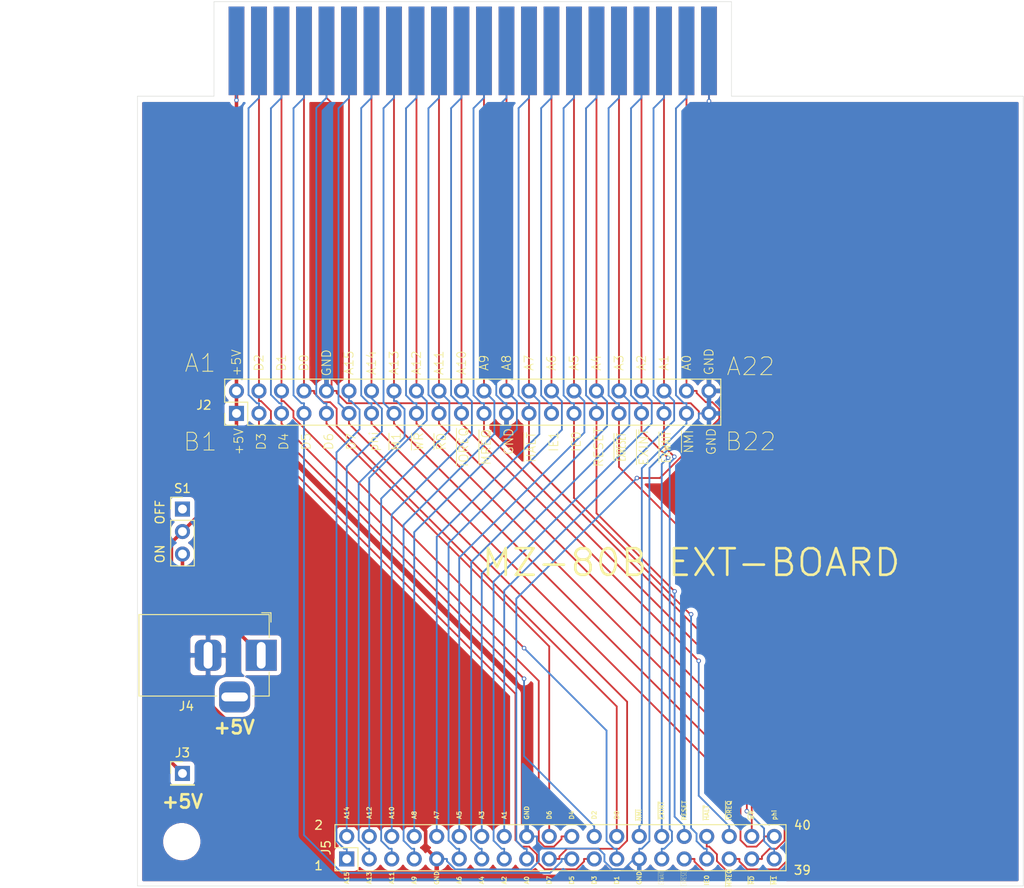
<source format=kicad_pcb>
(kicad_pcb (version 20171130) (host pcbnew "(5.1.9)-1")

  (general
    (thickness 1.6)
    (drawings 104)
    (tracks 473)
    (zones 0)
    (modules 7)
    (nets 42)
  )

  (page A4)
  (layers
    (0 F.Cu signal)
    (31 B.Cu signal)
    (32 B.Adhes user hide)
    (33 F.Adhes user hide)
    (34 B.Paste user)
    (35 F.Paste user)
    (36 B.SilkS user)
    (37 F.SilkS user)
    (38 B.Mask user)
    (39 F.Mask user)
    (40 Dwgs.User user hide)
    (41 Cmts.User user hide)
    (42 Eco1.User user hide)
    (43 Eco2.User user hide)
    (44 Edge.Cuts user)
    (45 Margin user hide)
    (46 B.CrtYd user hide)
    (47 F.CrtYd user hide)
    (48 B.Fab user hide)
    (49 F.Fab user hide)
  )

  (setup
    (last_trace_width 0.2)
    (user_trace_width 0.2)
    (user_trace_width 0.4)
    (user_trace_width 0.6)
    (user_trace_width 0.8)
    (user_trace_width 1)
    (user_trace_width 1.2)
    (user_trace_width 1.6)
    (user_trace_width 2)
    (trace_clearance 0.2)
    (zone_clearance 0.508)
    (zone_45_only no)
    (trace_min 0.2)
    (via_size 0.5)
    (via_drill 0.3)
    (via_min_size 0.4)
    (via_min_drill 0.3)
    (user_via 0.9 0.5)
    (user_via 1.2 0.8)
    (user_via 1.4 0.9)
    (user_via 1.5 1)
    (uvia_size 0.3)
    (uvia_drill 0.1)
    (uvias_allowed no)
    (uvia_min_size 0.2)
    (uvia_min_drill 0.1)
    (edge_width 0.05)
    (segment_width 0.2)
    (pcb_text_width 0.3)
    (pcb_text_size 1.5 1.5)
    (mod_edge_width 0.12)
    (mod_text_size 1 1)
    (mod_text_width 0.15)
    (pad_size 1.524 1.524)
    (pad_drill 0.762)
    (pad_to_mask_clearance 0)
    (aux_axis_origin 50 155)
    (grid_origin 50 155)
    (visible_elements 7FFFFFFF)
    (pcbplotparams
      (layerselection 0x010fc_ffffffff)
      (usegerberextensions true)
      (usegerberattributes false)
      (usegerberadvancedattributes false)
      (creategerberjobfile false)
      (excludeedgelayer true)
      (linewidth 0.100000)
      (plotframeref false)
      (viasonmask false)
      (mode 1)
      (useauxorigin true)
      (hpglpennumber 1)
      (hpglpenspeed 20)
      (hpglpendiameter 15.000000)
      (psnegative false)
      (psa4output false)
      (plotreference true)
      (plotvalue true)
      (plotinvisibletext false)
      (padsonsilk true)
      (subtractmaskfromsilk false)
      (outputformat 1)
      (mirror false)
      (drillshape 0)
      (scaleselection 1)
      (outputdirectory ""))
  )

  (net 0 "")
  (net 1 +5V)
  (net 2 GND)
  (net 3 /D2)
  (net 4 /D1)
  (net 5 /D0)
  (net 6 /A15)
  (net 7 /A14)
  (net 8 /A13)
  (net 9 /A12)
  (net 10 /A11)
  (net 11 /A10)
  (net 12 /A9)
  (net 13 /A8)
  (net 14 /A7)
  (net 15 /A6)
  (net 16 /A5)
  (net 17 /A4)
  (net 18 /A3)
  (net 19 /A2)
  (net 20 /A1)
  (net 21 /A0)
  (net 22 /D3)
  (net 23 /D4)
  (net 24 /D5)
  (net 25 /D6)
  (net 26 /D7)
  (net 27 /~M1)
  (net 28 /~WR)
  (net 29 /~RD)
  (net 30 /~IOREQ)
  (net 31 /~MREQ)
  (net 32 /~HALT)
  (net 33 /IE1)
  (net 34 /IE0)
  (net 35 /RESET)
  (net 36 /~EXRESET)
  (net 37 /~EXINT)
  (net 38 /~EXWAIT)
  (net 39 /~MNI)
  (net 40 /phi)
  (net 41 "Net-(J4-Pad1)")

  (net_class Default "This is the default net class."
    (clearance 0.2)
    (trace_width 0.2)
    (via_dia 0.5)
    (via_drill 0.3)
    (uvia_dia 0.3)
    (uvia_drill 0.1)
    (add_net +5V)
    (add_net /A0)
    (add_net /A1)
    (add_net /A10)
    (add_net /A11)
    (add_net /A12)
    (add_net /A13)
    (add_net /A14)
    (add_net /A15)
    (add_net /A2)
    (add_net /A3)
    (add_net /A4)
    (add_net /A5)
    (add_net /A6)
    (add_net /A7)
    (add_net /A8)
    (add_net /A9)
    (add_net /D0)
    (add_net /D1)
    (add_net /D2)
    (add_net /D3)
    (add_net /D4)
    (add_net /D5)
    (add_net /D6)
    (add_net /D7)
    (add_net /IE0)
    (add_net /IE1)
    (add_net /RESET)
    (add_net /phi)
    (add_net /~EXINT)
    (add_net /~EXRESET)
    (add_net /~EXWAIT)
    (add_net /~HALT)
    (add_net /~IOREQ)
    (add_net /~M1)
    (add_net /~MNI)
    (add_net /~MREQ)
    (add_net /~RD)
    (add_net /~WR)
    (add_net GND)
    (add_net "Net-(J4-Pad1)")
  )

  (net_class +5V ""
    (clearance 0.2)
    (trace_width 0.4)
    (via_dia 0.5)
    (via_drill 0.3)
    (uvia_dia 0.3)
    (uvia_drill 0.1)
  )

  (net_class GND ""
    (clearance 0.2)
    (trace_width 0.4)
    (via_dia 0.5)
    (via_drill 0.3)
    (uvia_dia 0.3)
    (uvia_drill 0.1)
  )

  (module MountingHole:MountingHole_3.2mm_M3 locked (layer F.Cu) (tedit 56D1B4CB) (tstamp 6323CFD8)
    (at 55 150)
    (descr "Mounting Hole 3.2mm, no annular, M3")
    (tags "mounting hole 3.2mm no annular m3")
    (attr virtual)
    (fp_text reference MH1 (at 0 0) (layer F.SilkS) hide
      (effects (font (size 1 1) (thickness 0.15)))
    )
    (fp_text value MountingHole_3.2mm_M3 (at 0 4.2) (layer F.Fab)
      (effects (font (size 1 1) (thickness 0.15)))
    )
    (fp_circle (center 0 0) (end 3.45 0) (layer F.CrtYd) (width 0.05))
    (fp_circle (center 0 0) (end 3.2 0) (layer Cmts.User) (width 0.15))
    (fp_text user %R (at 0.3 0) (layer F.Fab)
      (effects (font (size 1 1) (thickness 0.15)))
    )
    (pad 1 np_thru_hole circle (at 0 0) (size 3.2 3.2) (drill 3.2) (layers *.Cu *.Mask))
  )

  (module mz-80b:BUS_MZ2000 (layer F.Cu) (tedit 6260BECF) (tstamp 632340D8)
    (at 137.376 62)
    (path /627EE89C)
    (attr virtual)
    (fp_text reference J1 (at -19.876 7.5) (layer F.SilkS) hide
      (effects (font (size 1 1) (thickness 0.15)))
    )
    (fp_text value Conn_02x22_Row_Letter_First (at -73.66 -8.255) (layer F.Fab)
      (effects (font (size 1 1) (thickness 0.15)))
    )
    (fp_line (start 12.7 4.06) (end -102.87 4.06) (layer F.CrtYd) (width 0.05))
    (fp_line (start 12.7 4.06) (end 12.7 -6.985) (layer F.CrtYd) (width 0.05))
    (fp_line (start -102.87 -6.985) (end 12.7 -6.985) (layer F.CrtYd) (width 0.05))
    (fp_line (start -20.32 -6.35) (end -20.32 3.81) (layer F.Fab) (width 0.1))
    (fp_line (start -78.74 -6.35) (end -20.32 -6.35) (layer F.Fab) (width 0.1))
    (fp_line (start -20.32 3.81) (end -78.74 3.81) (layer F.Fab) (width 0.1))
    (fp_line (start -78.74 -6.35) (end -78.74 3.81) (layer F.Fab) (width 0.1))
    (fp_line (start -102.87 4.06) (end -102.87 -6.985) (layer F.CrtYd) (width 0.05))
    (fp_text user %R (at -64.77 -1.905) (layer F.Fab)
      (effects (font (size 1 1) (thickness 0.15)))
    )
    (pad a1 connect rect (at -76.2 -1.27) (size 1.78 10) (layers F.Cu F.Mask)
      (net 1 +5V))
    (pad a2 connect rect (at -73.66 -1.27) (size 1.78 10) (layers F.Cu F.Mask)
      (net 3 /D2))
    (pad a3 connect rect (at -71.12 -1.27) (size 1.78 10) (layers F.Cu F.Mask)
      (net 4 /D1))
    (pad a4 connect rect (at -68.58 -1.27) (size 1.78 10) (layers F.Cu F.Mask)
      (net 5 /D0))
    (pad a5 connect rect (at -66.04 -1.27) (size 1.78 10) (layers F.Cu F.Mask)
      (net 2 GND))
    (pad a6 connect rect (at -63.5 -1.27) (size 1.78 10) (layers F.Cu F.Mask)
      (net 6 /A15))
    (pad a7 connect rect (at -60.96 -1.27) (size 1.78 10) (layers F.Cu F.Mask)
      (net 7 /A14))
    (pad a8 connect rect (at -58.42 -1.27) (size 1.78 10) (layers F.Cu F.Mask)
      (net 8 /A13))
    (pad a9 connect rect (at -55.88 -1.27) (size 1.78 10) (layers F.Cu F.Mask)
      (net 9 /A12))
    (pad a10 connect rect (at -53.34 -1.27) (size 1.78 10) (layers F.Cu F.Mask)
      (net 10 /A11))
    (pad a11 connect rect (at -50.8 -1.27) (size 1.78 10) (layers F.Cu F.Mask)
      (net 11 /A10))
    (pad a12 connect rect (at -48.26 -1.27) (size 1.78 10) (layers F.Cu F.Mask)
      (net 12 /A9))
    (pad a13 connect rect (at -45.72 -1.27) (size 1.78 10) (layers F.Cu F.Mask)
      (net 13 /A8))
    (pad a14 connect rect (at -43.18 -1.27) (size 1.78 10) (layers F.Cu F.Mask)
      (net 14 /A7))
    (pad a15 connect rect (at -40.64 -1.27) (size 1.78 10) (layers F.Cu F.Mask)
      (net 15 /A6))
    (pad a16 connect rect (at -38.1 -1.27) (size 1.78 10) (layers F.Cu F.Mask)
      (net 16 /A5))
    (pad a17 connect rect (at -35.56 -1.27) (size 1.78 10) (layers F.Cu F.Mask)
      (net 17 /A4))
    (pad a18 connect rect (at -33.02 -1.27) (size 1.78 10) (layers F.Cu F.Mask)
      (net 18 /A3))
    (pad a19 connect rect (at -30.48 -1.27) (size 1.78 10) (layers F.Cu F.Mask)
      (net 19 /A2))
    (pad a20 connect rect (at -27.94 -1.27) (size 1.78 10) (layers F.Cu F.Mask)
      (net 20 /A1))
    (pad a21 connect rect (at -25.4 -1.27) (size 1.78 10) (layers F.Cu F.Mask)
      (net 21 /A0))
    (pad a22 connect rect (at -22.86 -1.27) (size 1.78 10) (layers F.Cu F.Mask)
      (net 2 GND))
    (pad b1 connect rect (at -76.2 -1.27) (size 1.78 10) (layers B.Cu B.Mask)
      (net 1 +5V))
    (pad b2 connect rect (at -73.66 -1.27) (size 1.78 10) (layers B.Cu B.Mask)
      (net 22 /D3))
    (pad b3 connect rect (at -71.12 -1.27) (size 1.78 10) (layers B.Cu B.Mask)
      (net 23 /D4))
    (pad b4 connect rect (at -68.58 -1.27) (size 1.78 10) (layers B.Cu B.Mask)
      (net 24 /D5))
    (pad b5 connect rect (at -66.04 -1.27) (size 1.78 10) (layers B.Cu B.Mask)
      (net 25 /D6))
    (pad b6 connect rect (at -63.5 -1.27) (size 1.78 10) (layers B.Cu B.Mask)
      (net 26 /D7))
    (pad b7 connect rect (at -60.96 -1.27) (size 1.78 10) (layers B.Cu B.Mask)
      (net 40 /phi))
    (pad b8 connect rect (at -58.42 -1.27) (size 1.78 10) (layers B.Cu B.Mask)
      (net 27 /~M1))
    (pad b9 connect rect (at -55.88 -1.27) (size 1.78 10) (layers B.Cu B.Mask)
      (net 28 /~WR))
    (pad b10 connect rect (at -53.34 -1.27) (size 1.78 10) (layers B.Cu B.Mask)
      (net 29 /~RD))
    (pad b11 connect rect (at -50.8 -1.27) (size 1.78 10) (layers B.Cu B.Mask)
      (net 30 /~IOREQ))
    (pad b12 connect rect (at -48.26 -1.27) (size 1.78 10) (layers B.Cu B.Mask)
      (net 31 /~MREQ))
    (pad b13 connect rect (at -45.72 -1.27) (size 1.78 10) (layers B.Cu B.Mask)
      (net 2 GND))
    (pad b14 connect rect (at -43.18 -1.27) (size 1.78 10) (layers B.Cu B.Mask)
      (net 32 /~HALT))
    (pad b15 connect rect (at -40.64 -1.27) (size 1.78 10) (layers B.Cu B.Mask)
      (net 33 /IE1))
    (pad b16 connect rect (at -38.1 -1.27) (size 1.78 10) (layers B.Cu B.Mask)
      (net 34 /IE0))
    (pad b17 connect rect (at -35.56 -1.27) (size 1.78 10) (layers B.Cu B.Mask)
      (net 35 /RESET))
    (pad b18 connect rect (at -33.02 -1.27) (size 1.78 10) (layers B.Cu B.Mask)
      (net 36 /~EXRESET))
    (pad b19 connect rect (at -30.48 -1.27) (size 1.78 10) (layers B.Cu B.Mask)
      (net 37 /~EXINT))
    (pad b20 connect rect (at -27.94 -1.27) (size 1.78 10) (layers B.Cu B.Mask)
      (net 38 /~EXWAIT))
    (pad b21 connect rect (at -25.4 -1.27) (size 1.78 10) (layers B.Cu B.Mask)
      (net 39 /~MNI))
    (pad b22 connect rect (at -22.86 -1.27) (size 1.78 10) (layers B.Cu B.Mask)
      (net 2 GND))
  )

  (module mz-80b:PinHeader_2x22_P2.54mm_Vertical (layer F.Cu) (tedit 62678EEE) (tstamp 63234110)
    (at 87.846 100.39)
    (descr "Through hole straight pin header, 2x22, 2.54mm pitch, double rows")
    (tags "Through hole pin header THT 2x22 2.54mm double row")
    (path /627F25E4)
    (fp_text reference J2 (at -30.346 0.335) (layer F.SilkS)
      (effects (font (size 1 1) (thickness 0.15)))
    )
    (fp_text value Conn_02x22_Row_Letter_First (at 13.97 -3.81) (layer F.Fab)
      (effects (font (size 1 1) (thickness 0.15)))
    )
    (fp_line (start -27.94 1.27) (end -27.94 -2.54) (layer F.Fab) (width 0.1))
    (fp_line (start -27.94 -2.54) (end 27.94 -2.54) (layer F.Fab) (width 0.1))
    (fp_line (start 27.94 -2.54) (end 27.94 2.54) (layer F.Fab) (width 0.1))
    (fp_line (start 27.94 2.54) (end -26.67 2.54) (layer F.Fab) (width 0.1))
    (fp_line (start -26.67 2.54) (end -27.94 1.27) (layer F.Fab) (width 0.1))
    (fp_line (start 28 2.6) (end 28 -2.6) (layer F.SilkS) (width 0.12))
    (fp_line (start -25.4 2.6) (end 28 2.6) (layer F.SilkS) (width 0.12))
    (fp_line (start -28 -2.6) (end 28 -2.6) (layer F.SilkS) (width 0.12))
    (fp_line (start -25.4 2.6) (end -25.4 0) (layer F.SilkS) (width 0.12))
    (fp_line (start -25.4 0) (end -28 0) (layer F.SilkS) (width 0.12))
    (fp_line (start -28 0) (end -28 -2.6) (layer F.SilkS) (width 0.12))
    (fp_line (start -26.67 2.6) (end -28 2.6) (layer F.SilkS) (width 0.12))
    (fp_line (start -28 2.6) (end -28 1.27) (layer F.SilkS) (width 0.12))
    (fp_line (start -28.47 3.07) (end 28.48 3.07) (layer F.CrtYd) (width 0.05))
    (fp_line (start 28.48 3.07) (end 28.48 -3.08) (layer F.CrtYd) (width 0.05))
    (fp_line (start 28.48 -3.08) (end -28.47 -3.08) (layer F.CrtYd) (width 0.05))
    (fp_line (start -28.47 -3.08) (end -28.47 3.07) (layer F.CrtYd) (width 0.05))
    (fp_text user %R (at 0 0 180) (layer F.Fab)
      (effects (font (size 1 1) (thickness 0.15)))
    )
    (pad a22 thru_hole oval (at 26.67 -1.27 90) (size 1.7 1.7) (drill 1) (layers *.Cu *.Mask)
      (net 2 GND))
    (pad b22 thru_hole oval (at 26.67 1.27 90) (size 1.7 1.7) (drill 1) (layers *.Cu *.Mask)
      (net 2 GND))
    (pad a21 thru_hole oval (at 24.13 -1.27 90) (size 1.7 1.7) (drill 1) (layers *.Cu *.Mask)
      (net 21 /A0))
    (pad b21 thru_hole oval (at 24.13 1.27 90) (size 1.7 1.7) (drill 1) (layers *.Cu *.Mask)
      (net 39 /~MNI))
    (pad a20 thru_hole oval (at 21.59 -1.27 90) (size 1.7 1.7) (drill 1) (layers *.Cu *.Mask)
      (net 20 /A1))
    (pad b20 thru_hole oval (at 21.59 1.27 90) (size 1.7 1.7) (drill 1) (layers *.Cu *.Mask)
      (net 38 /~EXWAIT))
    (pad a19 thru_hole oval (at 19.05 -1.27 90) (size 1.7 1.7) (drill 1) (layers *.Cu *.Mask)
      (net 19 /A2))
    (pad b19 thru_hole oval (at 19.05 1.27 90) (size 1.7 1.7) (drill 1) (layers *.Cu *.Mask)
      (net 37 /~EXINT))
    (pad a18 thru_hole oval (at 16.51 -1.27 90) (size 1.7 1.7) (drill 1) (layers *.Cu *.Mask)
      (net 18 /A3))
    (pad b18 thru_hole oval (at 16.51 1.27 90) (size 1.7 1.7) (drill 1) (layers *.Cu *.Mask)
      (net 36 /~EXRESET))
    (pad a17 thru_hole oval (at 13.97 -1.27 90) (size 1.7 1.7) (drill 1) (layers *.Cu *.Mask)
      (net 17 /A4))
    (pad b17 thru_hole oval (at 13.97 1.27 90) (size 1.7 1.7) (drill 1) (layers *.Cu *.Mask)
      (net 35 /RESET))
    (pad a16 thru_hole oval (at 11.43 -1.27 90) (size 1.7 1.7) (drill 1) (layers *.Cu *.Mask)
      (net 16 /A5))
    (pad b16 thru_hole oval (at 11.43 1.27 90) (size 1.7 1.7) (drill 1) (layers *.Cu *.Mask)
      (net 34 /IE0))
    (pad a15 thru_hole oval (at 8.89 -1.27 90) (size 1.7 1.7) (drill 1) (layers *.Cu *.Mask)
      (net 15 /A6))
    (pad b15 thru_hole oval (at 8.89 1.27 90) (size 1.7 1.7) (drill 1) (layers *.Cu *.Mask)
      (net 33 /IE1))
    (pad a14 thru_hole oval (at 6.35 -1.27 90) (size 1.7 1.7) (drill 1) (layers *.Cu *.Mask)
      (net 14 /A7))
    (pad b14 thru_hole oval (at 6.35 1.27 90) (size 1.7 1.7) (drill 1) (layers *.Cu *.Mask)
      (net 32 /~HALT))
    (pad a13 thru_hole oval (at 3.81 -1.27 90) (size 1.7 1.7) (drill 1) (layers *.Cu *.Mask)
      (net 13 /A8))
    (pad b13 thru_hole oval (at 3.81 1.27 90) (size 1.7 1.7) (drill 1) (layers *.Cu *.Mask)
      (net 2 GND))
    (pad a12 thru_hole oval (at 1.27 -1.27 90) (size 1.7 1.7) (drill 1) (layers *.Cu *.Mask)
      (net 12 /A9))
    (pad b12 thru_hole oval (at 1.27 1.27 90) (size 1.7 1.7) (drill 1) (layers *.Cu *.Mask)
      (net 31 /~MREQ))
    (pad a11 thru_hole oval (at -1.27 -1.27 90) (size 1.7 1.7) (drill 1) (layers *.Cu *.Mask)
      (net 11 /A10))
    (pad b11 thru_hole oval (at -1.27 1.27 90) (size 1.7 1.7) (drill 1) (layers *.Cu *.Mask)
      (net 30 /~IOREQ))
    (pad a10 thru_hole oval (at -3.81 -1.27 90) (size 1.7 1.7) (drill 1) (layers *.Cu *.Mask)
      (net 10 /A11))
    (pad b10 thru_hole oval (at -3.81 1.27 90) (size 1.7 1.7) (drill 1) (layers *.Cu *.Mask)
      (net 29 /~RD))
    (pad a9 thru_hole oval (at -6.35 -1.27 90) (size 1.7 1.7) (drill 1) (layers *.Cu *.Mask)
      (net 9 /A12))
    (pad b9 thru_hole oval (at -6.35 1.27 90) (size 1.7 1.7) (drill 1) (layers *.Cu *.Mask)
      (net 28 /~WR))
    (pad a8 thru_hole oval (at -8.89 -1.27 90) (size 1.7 1.7) (drill 1) (layers *.Cu *.Mask)
      (net 8 /A13))
    (pad b8 thru_hole oval (at -8.89 1.27 90) (size 1.7 1.7) (drill 1) (layers *.Cu *.Mask)
      (net 27 /~M1))
    (pad a7 thru_hole oval (at -11.43 -1.27 90) (size 1.7 1.7) (drill 1) (layers *.Cu *.Mask)
      (net 7 /A14))
    (pad b7 thru_hole oval (at -11.43 1.27 90) (size 1.7 1.7) (drill 1) (layers *.Cu *.Mask)
      (net 40 /phi))
    (pad a6 thru_hole oval (at -13.97 -1.27 90) (size 1.7 1.7) (drill 1) (layers *.Cu *.Mask)
      (net 6 /A15))
    (pad b6 thru_hole oval (at -13.97 1.27 90) (size 1.7 1.7) (drill 1) (layers *.Cu *.Mask)
      (net 26 /D7))
    (pad a5 thru_hole oval (at -16.51 -1.27 90) (size 1.7 1.7) (drill 1) (layers *.Cu *.Mask)
      (net 2 GND))
    (pad b5 thru_hole oval (at -16.51 1.27 90) (size 1.7 1.7) (drill 1) (layers *.Cu *.Mask)
      (net 25 /D6))
    (pad a4 thru_hole oval (at -19.05 -1.27 90) (size 1.7 1.7) (drill 1) (layers *.Cu *.Mask)
      (net 5 /D0))
    (pad b4 thru_hole oval (at -19.05 1.27 90) (size 1.7 1.7) (drill 1) (layers *.Cu *.Mask)
      (net 24 /D5))
    (pad a3 thru_hole oval (at -21.59 -1.27 90) (size 1.7 1.7) (drill 1) (layers *.Cu *.Mask)
      (net 4 /D1))
    (pad b3 thru_hole oval (at -21.59 1.27 90) (size 1.7 1.7) (drill 1) (layers *.Cu *.Mask)
      (net 23 /D4))
    (pad a2 thru_hole oval (at -24.13 -1.27 90) (size 1.7 1.7) (drill 1) (layers *.Cu *.Mask)
      (net 3 /D2))
    (pad b2 thru_hole oval (at -24.13 1.27 90) (size 1.7 1.7) (drill 1) (layers *.Cu *.Mask)
      (net 22 /D3))
    (pad a1 thru_hole oval (at -26.67 -1.27 90) (size 1.7 1.7) (drill 1) (layers *.Cu *.Mask)
      (net 1 +5V))
    (pad b1 thru_hole rect (at -26.67 1.27 90) (size 1.7 1.7) (drill 1) (layers *.Cu *.Mask)
      (net 1 +5V))
    (model ${KIPRJMOD}/mz-2000.pretty/PinHeader_2x22_P2.54mm_Vertical.kicad_mod
      (at (xyz 0 0 0))
      (scale (xyz 1 1 1))
      (rotate (xyz 0 0 0))
    )
  )

  (module Connector_PinHeader_2.54mm:PinHeader_2x20_P2.54mm_Vertical (layer F.Cu) (tedit 59FED5CC) (tstamp 63235C40)
    (at 73.622 151.952 90)
    (descr "Through hole straight pin header, 2x20, 2.54mm pitch, double rows")
    (tags "Through hole pin header THT 2x20 2.54mm double row")
    (path /6369CBC3)
    (fp_text reference J5 (at 1.27 -2.33 90) (layer F.SilkS)
      (effects (font (size 1 1) (thickness 0.15)))
    )
    (fp_text value Conn_02x20_Odd_Even (at 1.27 50.59 90) (layer F.Fab)
      (effects (font (size 1 1) (thickness 0.15)))
    )
    (fp_line (start 0 -1.27) (end 3.81 -1.27) (layer F.Fab) (width 0.1))
    (fp_line (start 3.81 -1.27) (end 3.81 49.53) (layer F.Fab) (width 0.1))
    (fp_line (start 3.81 49.53) (end -1.27 49.53) (layer F.Fab) (width 0.1))
    (fp_line (start -1.27 49.53) (end -1.27 0) (layer F.Fab) (width 0.1))
    (fp_line (start -1.27 0) (end 0 -1.27) (layer F.Fab) (width 0.1))
    (fp_line (start -1.33 49.59) (end 3.87 49.59) (layer F.SilkS) (width 0.12))
    (fp_line (start -1.33 1.27) (end -1.33 49.59) (layer F.SilkS) (width 0.12))
    (fp_line (start 3.87 -1.33) (end 3.87 49.59) (layer F.SilkS) (width 0.12))
    (fp_line (start -1.33 1.27) (end 1.27 1.27) (layer F.SilkS) (width 0.12))
    (fp_line (start 1.27 1.27) (end 1.27 -1.33) (layer F.SilkS) (width 0.12))
    (fp_line (start 1.27 -1.33) (end 3.87 -1.33) (layer F.SilkS) (width 0.12))
    (fp_line (start -1.33 0) (end -1.33 -1.33) (layer F.SilkS) (width 0.12))
    (fp_line (start -1.33 -1.33) (end 0 -1.33) (layer F.SilkS) (width 0.12))
    (fp_line (start -1.8 -1.8) (end -1.8 50.05) (layer F.CrtYd) (width 0.05))
    (fp_line (start -1.8 50.05) (end 4.35 50.05) (layer F.CrtYd) (width 0.05))
    (fp_line (start 4.35 50.05) (end 4.35 -1.8) (layer F.CrtYd) (width 0.05))
    (fp_line (start 4.35 -1.8) (end -1.8 -1.8) (layer F.CrtYd) (width 0.05))
    (fp_text user %R (at 1.27 24.13) (layer F.Fab)
      (effects (font (size 1 1) (thickness 0.15)))
    )
    (pad 1 thru_hole rect (at 0 0 90) (size 1.7 1.7) (drill 1) (layers *.Cu *.Mask)
      (net 6 /A15))
    (pad 2 thru_hole oval (at 2.54 0 90) (size 1.7 1.7) (drill 1) (layers *.Cu *.Mask)
      (net 7 /A14))
    (pad 3 thru_hole oval (at 0 2.54 90) (size 1.7 1.7) (drill 1) (layers *.Cu *.Mask)
      (net 8 /A13))
    (pad 4 thru_hole oval (at 2.54 2.54 90) (size 1.7 1.7) (drill 1) (layers *.Cu *.Mask)
      (net 9 /A12))
    (pad 5 thru_hole oval (at 0 5.08 90) (size 1.7 1.7) (drill 1) (layers *.Cu *.Mask)
      (net 10 /A11))
    (pad 6 thru_hole oval (at 2.54 5.08 90) (size 1.7 1.7) (drill 1) (layers *.Cu *.Mask)
      (net 11 /A10))
    (pad 7 thru_hole oval (at 0 7.62 90) (size 1.7 1.7) (drill 1) (layers *.Cu *.Mask)
      (net 12 /A9))
    (pad 8 thru_hole oval (at 2.54 7.62 90) (size 1.7 1.7) (drill 1) (layers *.Cu *.Mask)
      (net 13 /A8))
    (pad 9 thru_hole oval (at 0 10.16 90) (size 1.7 1.7) (drill 1) (layers *.Cu *.Mask)
      (net 2 GND))
    (pad 10 thru_hole oval (at 2.54 10.16 90) (size 1.7 1.7) (drill 1) (layers *.Cu *.Mask)
      (net 14 /A7))
    (pad 11 thru_hole oval (at 0 12.7 90) (size 1.7 1.7) (drill 1) (layers *.Cu *.Mask)
      (net 15 /A6))
    (pad 12 thru_hole oval (at 2.54 12.7 90) (size 1.7 1.7) (drill 1) (layers *.Cu *.Mask)
      (net 16 /A5))
    (pad 13 thru_hole oval (at 0 15.24 90) (size 1.7 1.7) (drill 1) (layers *.Cu *.Mask)
      (net 17 /A4))
    (pad 14 thru_hole oval (at 2.54 15.24 90) (size 1.7 1.7) (drill 1) (layers *.Cu *.Mask)
      (net 18 /A3))
    (pad 15 thru_hole oval (at 0 17.78 90) (size 1.7 1.7) (drill 1) (layers *.Cu *.Mask)
      (net 19 /A2))
    (pad 16 thru_hole oval (at 2.54 17.78 90) (size 1.7 1.7) (drill 1) (layers *.Cu *.Mask)
      (net 20 /A1))
    (pad 17 thru_hole oval (at 0 20.32 90) (size 1.7 1.7) (drill 1) (layers *.Cu *.Mask)
      (net 21 /A0))
    (pad 18 thru_hole oval (at 2.54 20.32 90) (size 1.7 1.7) (drill 1) (layers *.Cu *.Mask)
      (net 2 GND))
    (pad 19 thru_hole oval (at 0 22.86 90) (size 1.7 1.7) (drill 1) (layers *.Cu *.Mask)
      (net 26 /D7))
    (pad 20 thru_hole oval (at 2.54 22.86 90) (size 1.7 1.7) (drill 1) (layers *.Cu *.Mask)
      (net 25 /D6))
    (pad 21 thru_hole oval (at 0 25.4 90) (size 1.7 1.7) (drill 1) (layers *.Cu *.Mask)
      (net 24 /D5))
    (pad 22 thru_hole oval (at 2.54 25.4 90) (size 1.7 1.7) (drill 1) (layers *.Cu *.Mask)
      (net 23 /D4))
    (pad 23 thru_hole oval (at 0 27.94 90) (size 1.7 1.7) (drill 1) (layers *.Cu *.Mask)
      (net 22 /D3))
    (pad 24 thru_hole oval (at 2.54 27.94 90) (size 1.7 1.7) (drill 1) (layers *.Cu *.Mask)
      (net 3 /D2))
    (pad 25 thru_hole oval (at 0 30.48 90) (size 1.7 1.7) (drill 1) (layers *.Cu *.Mask)
      (net 4 /D1))
    (pad 26 thru_hole oval (at 2.54 30.48 90) (size 1.7 1.7) (drill 1) (layers *.Cu *.Mask)
      (net 5 /D0))
    (pad 27 thru_hole oval (at 0 33.02 90) (size 1.7 1.7) (drill 1) (layers *.Cu *.Mask)
      (net 2 GND))
    (pad 28 thru_hole oval (at 2.54 33.02 90) (size 1.7 1.7) (drill 1) (layers *.Cu *.Mask)
      (net 39 /~MNI))
    (pad 29 thru_hole oval (at 0 35.56 90) (size 1.7 1.7) (drill 1) (layers *.Cu *.Mask)
      (net 38 /~EXWAIT))
    (pad 30 thru_hole oval (at 2.54 35.56 90) (size 1.7 1.7) (drill 1) (layers *.Cu *.Mask)
      (net 37 /~EXINT))
    (pad 31 thru_hole oval (at 0 38.1 90) (size 1.7 1.7) (drill 1) (layers *.Cu *.Mask)
      (net 36 /~EXRESET))
    (pad 32 thru_hole oval (at 2.54 38.1 90) (size 1.7 1.7) (drill 1) (layers *.Cu *.Mask)
      (net 35 /RESET))
    (pad 33 thru_hole oval (at 0 40.64 90) (size 1.7 1.7) (drill 1) (layers *.Cu *.Mask)
      (net 34 /IE0))
    (pad 34 thru_hole oval (at 2.54 40.64 90) (size 1.7 1.7) (drill 1) (layers *.Cu *.Mask)
      (net 32 /~HALT))
    (pad 35 thru_hole oval (at 0 43.18 90) (size 1.7 1.7) (drill 1) (layers *.Cu *.Mask)
      (net 31 /~MREQ))
    (pad 36 thru_hole oval (at 2.54 43.18 90) (size 1.7 1.7) (drill 1) (layers *.Cu *.Mask)
      (net 30 /~IOREQ))
    (pad 37 thru_hole oval (at 0 45.72 90) (size 1.7 1.7) (drill 1) (layers *.Cu *.Mask)
      (net 29 /~RD))
    (pad 38 thru_hole oval (at 2.54 45.72 90) (size 1.7 1.7) (drill 1) (layers *.Cu *.Mask)
      (net 28 /~WR))
    (pad 39 thru_hole oval (at 0 48.26 90) (size 1.7 1.7) (drill 1) (layers *.Cu *.Mask)
      (net 27 /~M1))
    (pad 40 thru_hole oval (at 2.54 48.26 90) (size 1.7 1.7) (drill 1) (layers *.Cu *.Mask)
      (net 40 /phi))
    (model ${KISYS3DMOD}/Connector_PinHeader_2.54mm.3dshapes/PinHeader_2x20_P2.54mm_Vertical.wrl
      (at (xyz 0 0 0))
      (scale (xyz 1 1 1))
      (rotate (xyz 0 0 0))
    )
  )

  (module Connector_PinHeader_2.54mm:PinHeader_1x01_P2.54mm_Vertical (layer F.Cu) (tedit 59FED5CC) (tstamp 63235D85)
    (at 55.08 142.3)
    (descr "Through hole straight pin header, 1x01, 2.54mm pitch, single row")
    (tags "Through hole pin header THT 1x01 2.54mm single row")
    (path /636D03F2)
    (fp_text reference J3 (at 0 -2.33) (layer F.SilkS)
      (effects (font (size 1 1) (thickness 0.15)))
    )
    (fp_text value Conn_01x01 (at 0 2.33) (layer F.Fab)
      (effects (font (size 1 1) (thickness 0.15)))
    )
    (fp_line (start -0.635 -1.27) (end 1.27 -1.27) (layer F.Fab) (width 0.1))
    (fp_line (start 1.27 -1.27) (end 1.27 1.27) (layer F.Fab) (width 0.1))
    (fp_line (start 1.27 1.27) (end -1.27 1.27) (layer F.Fab) (width 0.1))
    (fp_line (start -1.27 1.27) (end -1.27 -0.635) (layer F.Fab) (width 0.1))
    (fp_line (start -1.27 -0.635) (end -0.635 -1.27) (layer F.Fab) (width 0.1))
    (fp_line (start -1.33 1.33) (end 1.33 1.33) (layer F.SilkS) (width 0.12))
    (fp_line (start -1.33 1.27) (end -1.33 1.33) (layer F.SilkS) (width 0.12))
    (fp_line (start 1.33 1.27) (end 1.33 1.33) (layer F.SilkS) (width 0.12))
    (fp_line (start -1.33 1.27) (end 1.33 1.27) (layer F.SilkS) (width 0.12))
    (fp_line (start -1.33 0) (end -1.33 -1.33) (layer F.SilkS) (width 0.12))
    (fp_line (start -1.33 -1.33) (end 0 -1.33) (layer F.SilkS) (width 0.12))
    (fp_line (start -1.8 -1.8) (end -1.8 1.8) (layer F.CrtYd) (width 0.05))
    (fp_line (start -1.8 1.8) (end 1.8 1.8) (layer F.CrtYd) (width 0.05))
    (fp_line (start 1.8 1.8) (end 1.8 -1.8) (layer F.CrtYd) (width 0.05))
    (fp_line (start 1.8 -1.8) (end -1.8 -1.8) (layer F.CrtYd) (width 0.05))
    (fp_text user %R (at 0 0 90) (layer F.Fab)
      (effects (font (size 1 1) (thickness 0.15)))
    )
    (pad 1 thru_hole rect (at 0 0) (size 1.7 1.7) (drill 1) (layers *.Cu *.Mask)
      (net 1 +5V))
    (model ${KISYS3DMOD}/Connector_PinHeader_2.54mm.3dshapes/PinHeader_1x01_P2.54mm_Vertical.wrl
      (at (xyz 0 0 0))
      (scale (xyz 1 1 1))
      (rotate (xyz 0 0 0))
    )
  )

  (module Connector_BarrelJack:BarrelJack_Horizontal (layer F.Cu) (tedit 5A1DBF6A) (tstamp 6323C8AD)
    (at 63.97 128.965)
    (descr "DC Barrel Jack")
    (tags "Power Jack")
    (path /63269CE2)
    (fp_text reference J4 (at -8.45 5.75) (layer F.SilkS)
      (effects (font (size 1 1) (thickness 0.15)))
    )
    (fp_text value Jack-DC (at -6.2 -5.5) (layer F.Fab)
      (effects (font (size 1 1) (thickness 0.15)))
    )
    (fp_line (start -0.003213 -4.505425) (end 0.8 -3.75) (layer F.Fab) (width 0.1))
    (fp_line (start 1.1 -3.75) (end 1.1 -4.8) (layer F.SilkS) (width 0.12))
    (fp_line (start 0.05 -4.8) (end 1.1 -4.8) (layer F.SilkS) (width 0.12))
    (fp_line (start 1 -4.5) (end 1 -4.75) (layer F.CrtYd) (width 0.05))
    (fp_line (start 1 -4.75) (end -14 -4.75) (layer F.CrtYd) (width 0.05))
    (fp_line (start 1 -4.5) (end 1 -2) (layer F.CrtYd) (width 0.05))
    (fp_line (start 1 -2) (end 2 -2) (layer F.CrtYd) (width 0.05))
    (fp_line (start 2 -2) (end 2 2) (layer F.CrtYd) (width 0.05))
    (fp_line (start 2 2) (end 1 2) (layer F.CrtYd) (width 0.05))
    (fp_line (start 1 2) (end 1 4.75) (layer F.CrtYd) (width 0.05))
    (fp_line (start 1 4.75) (end -1 4.75) (layer F.CrtYd) (width 0.05))
    (fp_line (start -1 4.75) (end -1 6.75) (layer F.CrtYd) (width 0.05))
    (fp_line (start -1 6.75) (end -5 6.75) (layer F.CrtYd) (width 0.05))
    (fp_line (start -5 6.75) (end -5 4.75) (layer F.CrtYd) (width 0.05))
    (fp_line (start -5 4.75) (end -14 4.75) (layer F.CrtYd) (width 0.05))
    (fp_line (start -14 4.75) (end -14 -4.75) (layer F.CrtYd) (width 0.05))
    (fp_line (start -5 4.6) (end -13.8 4.6) (layer F.SilkS) (width 0.12))
    (fp_line (start -13.8 4.6) (end -13.8 -4.6) (layer F.SilkS) (width 0.12))
    (fp_line (start 0.9 1.9) (end 0.9 4.6) (layer F.SilkS) (width 0.12))
    (fp_line (start 0.9 4.6) (end -1 4.6) (layer F.SilkS) (width 0.12))
    (fp_line (start -13.8 -4.6) (end 0.9 -4.6) (layer F.SilkS) (width 0.12))
    (fp_line (start 0.9 -4.6) (end 0.9 -2) (layer F.SilkS) (width 0.12))
    (fp_line (start -10.2 -4.5) (end -10.2 4.5) (layer F.Fab) (width 0.1))
    (fp_line (start -13.7 -4.5) (end -13.7 4.5) (layer F.Fab) (width 0.1))
    (fp_line (start -13.7 4.5) (end 0.8 4.5) (layer F.Fab) (width 0.1))
    (fp_line (start 0.8 4.5) (end 0.8 -3.75) (layer F.Fab) (width 0.1))
    (fp_line (start 0 -4.5) (end -13.7 -4.5) (layer F.Fab) (width 0.1))
    (fp_text user %R (at -3 -2.95) (layer F.Fab)
      (effects (font (size 1 1) (thickness 0.15)))
    )
    (pad 1 thru_hole rect (at 0 0) (size 3.5 3.5) (drill oval 1 3) (layers *.Cu *.Mask)
      (net 41 "Net-(J4-Pad1)"))
    (pad 2 thru_hole roundrect (at -6 0) (size 3 3.5) (drill oval 1 3) (layers *.Cu *.Mask) (roundrect_rratio 0.25)
      (net 2 GND))
    (pad 3 thru_hole roundrect (at -3 4.7) (size 3.5 3.5) (drill oval 3 1) (layers *.Cu *.Mask) (roundrect_rratio 0.25))
    (model ${KISYS3DMOD}/Connector_BarrelJack.3dshapes/BarrelJack_Horizontal.wrl
      (at (xyz 0 0 0))
      (scale (xyz 1 1 1))
      (rotate (xyz 0 0 0))
    )
  )

  (module Connector_PinHeader_2.54mm:PinHeader_1x03_P2.54mm_Vertical (layer F.Cu) (tedit 59FED5CC) (tstamp 6323C8C4)
    (at 55.08 112.455)
    (descr "Through hole straight pin header, 1x03, 2.54mm pitch, single row")
    (tags "Through hole pin header THT 1x03 2.54mm single row")
    (path /6325A342)
    (fp_text reference S1 (at 0 -2.33) (layer F.SilkS)
      (effects (font (size 1 1) (thickness 0.15)))
    )
    (fp_text value SLIDE_SWITCH_3P (at 0 7.41) (layer F.Fab)
      (effects (font (size 1 1) (thickness 0.15)))
    )
    (fp_line (start -0.635 -1.27) (end 1.27 -1.27) (layer F.Fab) (width 0.1))
    (fp_line (start 1.27 -1.27) (end 1.27 6.35) (layer F.Fab) (width 0.1))
    (fp_line (start 1.27 6.35) (end -1.27 6.35) (layer F.Fab) (width 0.1))
    (fp_line (start -1.27 6.35) (end -1.27 -0.635) (layer F.Fab) (width 0.1))
    (fp_line (start -1.27 -0.635) (end -0.635 -1.27) (layer F.Fab) (width 0.1))
    (fp_line (start -1.33 6.41) (end 1.33 6.41) (layer F.SilkS) (width 0.12))
    (fp_line (start -1.33 1.27) (end -1.33 6.41) (layer F.SilkS) (width 0.12))
    (fp_line (start 1.33 1.27) (end 1.33 6.41) (layer F.SilkS) (width 0.12))
    (fp_line (start -1.33 1.27) (end 1.33 1.27) (layer F.SilkS) (width 0.12))
    (fp_line (start -1.33 0) (end -1.33 -1.33) (layer F.SilkS) (width 0.12))
    (fp_line (start -1.33 -1.33) (end 0 -1.33) (layer F.SilkS) (width 0.12))
    (fp_line (start -1.8 -1.8) (end -1.8 6.85) (layer F.CrtYd) (width 0.05))
    (fp_line (start -1.8 6.85) (end 1.8 6.85) (layer F.CrtYd) (width 0.05))
    (fp_line (start 1.8 6.85) (end 1.8 -1.8) (layer F.CrtYd) (width 0.05))
    (fp_line (start 1.8 -1.8) (end -1.8 -1.8) (layer F.CrtYd) (width 0.05))
    (fp_text user %R (at 0 2.54 90) (layer F.Fab)
      (effects (font (size 1 1) (thickness 0.15)))
    )
    (pad 1 thru_hole rect (at 0 0) (size 1.7 1.7) (drill 1) (layers *.Cu *.Mask))
    (pad 2 thru_hole oval (at 0 2.54) (size 1.7 1.7) (drill 1) (layers *.Cu *.Mask)
      (net 1 +5V))
    (pad 3 thru_hole oval (at 0 5.08) (size 1.7 1.7) (drill 1) (layers *.Cu *.Mask)
      (net 41 "Net-(J4-Pad1)"))
    (model ${KISYS3DMOD}/Connector_PinHeader_2.54mm.3dshapes/PinHeader_1x03_P2.54mm_Vertical.wrl
      (at (xyz 0 0 0))
      (scale (xyz 1 1 1))
      (rotate (xyz 0 0 0))
    )
  )

  (gr_text "ON   OFF" (at 52.54 114.995 90) (layer F.SilkS)
    (effects (font (size 1 1) (thickness 0.15)))
  )
  (gr_text +5V (at 55.08 145.475) (layer F.SilkS)
    (effects (font (size 1.5 1.5) (thickness 0.3)))
  )
  (gr_text phi (at 121.882 146.999 90) (layer F.SilkS) (tstamp 6322F0CF)
    (effects (font (size 0.5 0.5) (thickness 0.1)))
  )
  (gr_text phi (at 76.67 104.835 90) (layer F.SilkS) (tstamp 6322F0BB)
    (effects (font (size 1 1) (thickness 0.1)))
  )
  (gr_text 40 (at 125.057 148.142) (layer F.SilkS)
    (effects (font (size 1 1) (thickness 0.15)))
  )
  (gr_text 39 (at 125.057 153.222) (layer F.SilkS)
    (effects (font (size 1 1) (thickness 0.15)))
  )
  (gr_text 2 (at 70.447 148.142) (layer F.SilkS)
    (effects (font (size 1 1) (thickness 0.15)))
  )
  (gr_text 1 (at 70.447 152.714) (layer F.SilkS)
    (effects (font (size 1 1) (thickness 0.15)))
  )
  (gr_text +5V (at 60.922 137.093) (layer F.SilkS)
    (effects (font (size 1.5 1.5) (thickness 0.3)))
  )
  (gr_text B1 (at 57.0835 104.8695) (layer F.SilkS) (tstamp 628B30DD)
    (effects (font (size 2 2) (thickness 0.1)))
  )
  (gr_text A1 (at 57.0835 95.9795) (layer F.SilkS) (tstamp 628B30DD)
    (effects (font (size 2 2) (thickness 0.1)))
  )
  (gr_text B22 (at 119.215 104.835) (layer F.SilkS) (tstamp 628B30DD)
    (effects (font (size 2 2) (thickness 0.1)))
  )
  (gr_text A22 (at 119.215 96.3605) (layer F.SilkS) (tstamp 628B30DD)
    (effects (font (size 2 2) (thickness 0.1)))
  )
  (gr_text GND (at 83.782 154.111 90) (layer F.SilkS) (tstamp 627A587D)
    (effects (font (size 0.5 0.5) (thickness 0.1)))
  )
  (gr_text ~M1 (at 121.882 154.365 90) (layer F.SilkS) (tstamp 627A56BD)
    (effects (font (size 0.5 0.5) (thickness 0.1)))
  )
  (gr_text D6 (at 96.482 146.999 90) (layer F.SilkS) (tstamp 627A56BC)
    (effects (font (size 0.5 0.5) (thickness 0.1)))
  )
  (gr_text GND (at 93.942 146.745 90) (layer F.SilkS) (tstamp 627A56BB)
    (effects (font (size 0.5 0.5) (thickness 0.1)))
  )
  (gr_text ~EXWAIT (at 109.182 154.111 90) (layer F.SilkS) (tstamp 627A56BA)
    (effects (font (size 0.5 0.3) (thickness 0.03)))
  )
  (gr_text ~WR (at 119.342 146.999 90) (layer F.SilkS) (tstamp 627A56B9)
    (effects (font (size 0.5 0.5) (thickness 0.1)))
  )
  (gr_text RESET (at 111.722 146.491 90) (layer F.SilkS) (tstamp 627A56B8)
    (effects (font (size 0.5 0.5) (thickness 0.1)))
  )
  (gr_text ~EXINT (at 109.182 146.491 90) (layer F.SilkS) (tstamp 627A56B7)
    (effects (font (size 0.5 0.5) (thickness 0.1)))
  )
  (gr_text ~EXRESET (at 111.722 154.111 90) (layer F.SilkS) (tstamp 627A56B6)
    (effects (font (size 0.5 0.3) (thickness 0.03)))
  )
  (gr_text D7 (at 96.482 154.365 90) (layer F.SilkS) (tstamp 627A56B5)
    (effects (font (size 0.5 0.5) (thickness 0.1)))
  )
  (gr_text D3 (at 101.562 154.365 90) (layer F.SilkS) (tstamp 627A56B4)
    (effects (font (size 0.5 0.5) (thickness 0.1)))
  )
  (gr_text D5 (at 99.022 154.365 90) (layer F.SilkS) (tstamp 627A56B3)
    (effects (font (size 0.5 0.5) (thickness 0.1)))
  )
  (gr_text ~IOREQ (at 116.802 146.491 90) (layer F.SilkS) (tstamp 627A56B1)
    (effects (font (size 0.5 0.5) (thickness 0.1)))
  )
  (gr_text D4 (at 99.022 146.999 90) (layer F.SilkS) (tstamp 627A56AF)
    (effects (font (size 0.5 0.5) (thickness 0.1)))
  )
  (gr_text ~HALT (at 114.262 146.745 90) (layer F.SilkS) (tstamp 627A56AE)
    (effects (font (size 0.5 0.5) (thickness 0.1)))
  )
  (gr_text ~MREQ (at 116.802 154.111 90) (layer F.SilkS) (tstamp 627A56AC)
    (effects (font (size 0.5 0.5) (thickness 0.1)))
  )
  (gr_text ~NMI (at 106.642 146.999 90) (layer F.SilkS) (tstamp 627A56AB)
    (effects (font (size 0.5 0.5) (thickness 0.1)))
  )
  (gr_text ~RD (at 119.342 154.365 90) (layer F.SilkS) (tstamp 627A56A9)
    (effects (font (size 0.5 0.5) (thickness 0.1)))
  )
  (gr_text IE0 (at 114.262 154.365 90) (layer F.SilkS) (tstamp 627A56A8)
    (effects (font (size 0.5 0.5) (thickness 0.1)))
  )
  (gr_text A0 (at 93.942 154.365 90) (layer F.SilkS) (tstamp 627A5647)
    (effects (font (size 0.5 0.5) (thickness 0.1)))
  )
  (gr_text A1 (at 91.402 146.999 90) (layer F.SilkS) (tstamp 627A5646)
    (effects (font (size 0.5 0.5) (thickness 0.1)))
  )
  (gr_text D2 (at 101.562 146.999 90) (layer F.SilkS) (tstamp 627A5645)
    (effects (font (size 0.5 0.5) (thickness 0.1)))
  )
  (gr_text GND (at 106.642 154.111 90) (layer F.SilkS) (tstamp 627A5644)
    (effects (font (size 0.5 0.5) (thickness 0.1)))
  )
  (gr_text A3 (at 88.862 146.999 90) (layer F.SilkS) (tstamp 627A5643)
    (effects (font (size 0.5 0.5) (thickness 0.1)))
  )
  (gr_text A4 (at 88.862 154.365 90) (layer F.SilkS) (tstamp 627A5642)
    (effects (font (size 0.5 0.5) (thickness 0.1)))
  )
  (gr_text A2 (at 91.402 154.365 90) (layer F.SilkS) (tstamp 627A5641)
    (effects (font (size 0.5 0.5) (thickness 0.1)))
  )
  (gr_text A5 (at 86.322 146.999 90) (layer F.SilkS) (tstamp 627A5640)
    (effects (font (size 0.5 0.5) (thickness 0.1)))
  )
  (gr_text A15 (at 73.622 154.111 90) (layer F.SilkS) (tstamp 627A563F)
    (effects (font (size 0.5 0.5) (thickness 0.1)))
  )
  (gr_text A8 (at 81.242 146.999 90) (layer F.SilkS) (tstamp 627A563E)
    (effects (font (size 0.5 0.5) (thickness 0.1)))
  )
  (gr_text A10 (at 78.702 146.745 90) (layer F.SilkS) (tstamp 627A563C)
    (effects (font (size 0.5 0.5) (thickness 0.1)))
  )
  (gr_text A9 (at 81.242 154.365 90) (layer F.SilkS) (tstamp 627A563B)
    (effects (font (size 0.5 0.5) (thickness 0.1)))
  )
  (gr_text D0 (at 104.102 146.999 90) (layer F.SilkS) (tstamp 627A563A)
    (effects (font (size 0.5 0.5) (thickness 0.1)))
  )
  (gr_text A12 (at 76.162 146.745 90) (layer F.SilkS) (tstamp 627A5639)
    (effects (font (size 0.5 0.5) (thickness 0.1)))
  )
  (gr_text A7 (at 83.782 146.999 90) (layer F.SilkS) (tstamp 627A5638)
    (effects (font (size 0.5 0.5) (thickness 0.1)))
  )
  (gr_text A6 (at 86.322 154.365 90) (layer F.SilkS) (tstamp 627A5637)
    (effects (font (size 0.5 0.5) (thickness 0.1)))
  )
  (gr_text D1 (at 104.102 154.365 90) (layer F.SilkS) (tstamp 627A5636)
    (effects (font (size 0.5 0.5) (thickness 0.1)))
  )
  (gr_text A11 (at 78.702 154.111 90) (layer F.SilkS) (tstamp 627A5635)
    (effects (font (size 0.5 0.5) (thickness 0.1)))
  )
  (gr_text A14 (at 73.622 146.745 90) (layer F.SilkS) (tstamp 627A5633)
    (effects (font (size 0.5 0.5) (thickness 0.1)))
  )
  (gr_text A13 (at 76.162 154.111 90) (layer F.SilkS) (tstamp 627A5632)
    (effects (font (size 0.5 0.5) (thickness 0.1)))
  )
  (gr_text GND (at 114.516 95.818 90) (layer F.SilkS) (tstamp 627A509F)
    (effects (font (size 1 1) (thickness 0.1)))
  )
  (gr_text A0 (at 111.976 95.945 90) (layer F.SilkS) (tstamp 627A509F)
    (effects (font (size 1 1) (thickness 0.1)))
  )
  (gr_text A1 (at 109.436 95.945 90) (layer F.SilkS) (tstamp 627A509F)
    (effects (font (size 1 1) (thickness 0.1)))
  )
  (gr_text A2 (at 106.896 95.945 90) (layer F.SilkS) (tstamp 627A509F)
    (effects (font (size 1 1) (thickness 0.1)))
  )
  (gr_text A3 (at 104.356 95.945 90) (layer F.SilkS) (tstamp 627A509F)
    (effects (font (size 1 1) (thickness 0.1)))
  )
  (gr_text A4 (at 101.816 95.945 90) (layer F.SilkS) (tstamp 627A509F)
    (effects (font (size 1 1) (thickness 0.1)))
  )
  (gr_text A5 (at 99.276 95.945 90) (layer F.SilkS) (tstamp 627A509F)
    (effects (font (size 1 1) (thickness 0.1)))
  )
  (gr_text A6 (at 96.736 95.945 90) (layer F.SilkS) (tstamp 627A509F)
    (effects (font (size 1 1) (thickness 0.1)))
  )
  (gr_text A7 (at 94.196 95.945 90) (layer F.SilkS) (tstamp 627A509F)
    (effects (font (size 1 1) (thickness 0.1)))
  )
  (gr_text A8 (at 91.656 95.945 90) (layer F.SilkS) (tstamp 627A509F)
    (effects (font (size 1 1) (thickness 0.1)))
  )
  (gr_text A9 (at 89.116 95.945 90) (layer F.SilkS) (tstamp 627A509F)
    (effects (font (size 1 1) (thickness 0.1)))
  )
  (gr_text A10 (at 86.576 95.945 90) (layer F.SilkS) (tstamp 627A509F)
    (effects (font (size 1 1) (thickness 0.1)))
  )
  (gr_text A11 (at 84.036 95.945 90) (layer F.SilkS) (tstamp 627A509F)
    (effects (font (size 1 1) (thickness 0.1)))
  )
  (gr_text A12 (at 81.496 95.945 90) (layer F.SilkS) (tstamp 627A509F)
    (effects (font (size 1 1) (thickness 0.1)))
  )
  (gr_text A13 (at 78.956 95.945 90) (layer F.SilkS) (tstamp 627A509F)
    (effects (font (size 1 1) (thickness 0.1)))
  )
  (gr_text A14 (at 76.416 95.945 90) (layer F.SilkS) (tstamp 627A509F)
    (effects (font (size 1 1) (thickness 0.1)))
  )
  (gr_text A15 (at 73.876 95.945 90) (layer F.SilkS) (tstamp 627A509F)
    (effects (font (size 1 1) (thickness 0.1)))
  )
  (gr_text GND (at 71.336 95.945 90) (layer F.SilkS) (tstamp 627A509F)
    (effects (font (size 1 1) (thickness 0.1)))
  )
  (gr_text D0 (at 68.796 95.945 90) (layer F.SilkS) (tstamp 627A509F)
    (effects (font (size 1 1) (thickness 0.1)))
  )
  (gr_text D1 (at 66.256 95.945 90) (layer F.SilkS) (tstamp 627A509F)
    (effects (font (size 1 1) (thickness 0.1)))
  )
  (gr_text +5V (at 61.176 95.945 90) (layer F.SilkS) (tstamp 627A509F)
    (effects (font (size 1 1) (thickness 0.1)))
  )
  (gr_text D2 (at 63.716 95.945 90) (layer F.SilkS) (tstamp 627A509F)
    (effects (font (size 1 1) (thickness 0.1)))
  )
  (gr_text GND (at 114.77 104.835 90) (layer F.SilkS) (tstamp 627A509F)
    (effects (font (size 1 1) (thickness 0.1)))
  )
  (gr_text ~NMI (at 112.23 104.835 90) (layer F.SilkS) (tstamp 627A509F)
    (effects (font (size 1 1) (thickness 0.1)))
  )
  (gr_text ~EXWAIT (at 109.69 105.47 90) (layer F.SilkS) (tstamp 627A509F)
    (effects (font (size 1 0.7) (thickness 0.1)))
  )
  (gr_text ~EXINT (at 107.15 105.47 90) (layer F.SilkS) (tstamp 627A509F)
    (effects (font (size 1 1) (thickness 0.1)))
  )
  (gr_text ~EXRESET (at 104.61 105.47 90) (layer F.SilkS) (tstamp 627A509F)
    (effects (font (size 1 0.5) (thickness 0.1)))
  )
  (gr_text RESET (at 102.07 105.47 90) (layer F.SilkS) (tstamp 627A509F)
    (effects (font (size 1 1) (thickness 0.1)))
  )
  (gr_text IE0 (at 99.53 104.835 90) (layer F.SilkS) (tstamp 627A509F)
    (effects (font (size 1 1) (thickness 0.1)))
  )
  (gr_text IE1 (at 96.99 104.835 90) (layer F.SilkS) (tstamp 627A509F)
    (effects (font (size 1 1) (thickness 0.1)))
  )
  (gr_text ~HALT (at 94.45 105.47 90) (layer F.SilkS) (tstamp 627A509F)
    (effects (font (size 1 1) (thickness 0.1)))
  )
  (gr_text GND (at 91.91 104.835 90) (layer F.SilkS) (tstamp 627A509F)
    (effects (font (size 1 1) (thickness 0.1)))
  )
  (gr_text ~MREQ (at 89.37 105.47 90) (layer F.SilkS) (tstamp 627A509F)
    (effects (font (size 1 1) (thickness 0.1)))
  )
  (gr_text ~IOREQ (at 86.83 105.47 90) (layer F.SilkS) (tstamp 627A509F)
    (effects (font (size 1 1) (thickness 0.1)))
  )
  (gr_text ~RD (at 84.29 104.835 90) (layer F.SilkS) (tstamp 627A509F)
    (effects (font (size 1 1) (thickness 0.1)))
  )
  (gr_text ~WR (at 81.75 104.835 90) (layer F.SilkS) (tstamp 627A509F)
    (effects (font (size 1 1) (thickness 0.1)))
  )
  (gr_text ~M1 (at 79.21 104.835 90) (layer F.SilkS) (tstamp 627A509F)
    (effects (font (size 1 1) (thickness 0.1)))
  )
  (gr_text D7 (at 74.13 104.835 90) (layer F.SilkS) (tstamp 627A509F)
    (effects (font (size 1 1) (thickness 0.1)))
  )
  (gr_text D6 (at 71.59 104.835 90) (layer F.SilkS) (tstamp 627A509F)
    (effects (font (size 1 1) (thickness 0.1)))
  )
  (gr_text D5 (at 69.05 104.835 90) (layer F.SilkS) (tstamp 627A509F)
    (effects (font (size 1 1) (thickness 0.1)))
  )
  (gr_text D4 (at 66.51 104.835 90) (layer F.SilkS) (tstamp 627A509F)
    (effects (font (size 1 1) (thickness 0.1)))
  )
  (gr_text D3 (at 63.97 104.835 90) (layer F.SilkS) (tstamp 627A509F)
    (effects (font (size 1 1) (thickness 0.1)))
  )
  (gr_text +5V (at 61.43 104.835 90) (layer F.SilkS)
    (effects (font (size 1 1) (thickness 0.1)))
  )
  (gr_text "MZ-80B EXT-BOARD" (at 112.5 118.5) (layer F.SilkS)
    (effects (font (size 3 3) (thickness 0.3)))
  )
  (gr_line (start 58.636 65.846) (end 58.636 55.178) (layer Edge.Cuts) (width 0.05) (tstamp 6261AED2))
  (gr_line (start 50 65.846) (end 58.636 65.846) (layer Edge.Cuts) (width 0.05))
  (gr_line (start 117.056 65.846) (end 117.056 55.178) (layer Edge.Cuts) (width 0.05))
  (gr_line (start 150 65.846) (end 117.056 65.846) (layer Edge.Cuts) (width 0.05))
  (gr_line (start 50 65.846) (end 50 155) (layer Edge.Cuts) (width 0.05) (tstamp 6261A2E7))
  (gr_line (start 117.056 55.178) (end 58.636 55.178) (layer Edge.Cuts) (width 0.05))
  (gr_line (start 150 155) (end 150 65.846) (layer Edge.Cuts) (width 0.05))
  (gr_line (start 50 155) (end 150 155) (layer Edge.Cuts) (width 0.05))

  (segment (start 61.176 66.3012) (end 61.176 67.8445) (width 0.4) (layer F.Cu) (net 1))
  (segment (start 61.176 60.73) (end 61.176 66.3012) (width 0.4) (layer F.Cu) (net 1) (status 10))
  (segment (start 61.176 67.8445) (end 61.176 66.3012) (width 0.2) (layer F.Cu) (net 1))
  (segment (start 61.176 60.73) (end 61.176 66.3012) (width 0.2) (layer B.Cu) (net 1) (status 10))
  (segment (start 61.176 67.8445) (end 61.176 99.12) (width 0.4) (layer F.Cu) (net 1) (status 20))
  (segment (start 61.176 99.12) (end 61.176 101.66) (width 0.4) (layer F.Cu) (net 1) (status 30))
  (via (at 61.176 66.3012) (size 0.5) (layers F.Cu B.Cu) (net 1))
  (segment (start 61.176 108.899) (end 55.08 114.995) (width 0.4) (layer F.Cu) (net 1) (status 20))
  (segment (start 61.176 101.66) (end 61.176 108.899) (width 0.4) (layer F.Cu) (net 1) (status 10))
  (segment (start 53.829999 116.245001) (end 55.08 114.995) (width 0.4) (layer F.Cu) (net 1) (status 20))
  (segment (start 53.829999 141.049999) (end 53.829999 116.245001) (width 0.4) (layer F.Cu) (net 1))
  (segment (start 55.08 142.3) (end 53.829999 141.049999) (width 0.4) (layer F.Cu) (net 1) (status 10))
  (segment (start 95.3121 150.7785) (end 95.3121 152.2172) (width 0.2) (layer B.Cu) (net 2))
  (segment (start 95.3121 152.2172) (end 94.4 153.1293) (width 0.2) (layer B.Cu) (net 2))
  (segment (start 94.4 153.1293) (end 85.8638 153.1293) (width 0.2) (layer B.Cu) (net 2))
  (segment (start 85.8638 153.1293) (end 84.9323 152.1978) (width 0.2) (layer B.Cu) (net 2))
  (segment (start 84.9323 152.1978) (end 84.9323 151.952) (width 0.2) (layer B.Cu) (net 2))
  (segment (start 95.0923 149.412) (end 95.0923 150.5587) (width 0.2) (layer B.Cu) (net 2))
  (segment (start 95.0923 150.5587) (end 95.3121 150.7785) (width 0.2) (layer B.Cu) (net 2))
  (segment (start 106.642 151.3768) (end 104.9164 153.1024) (width 0.2) (layer B.Cu) (net 2) (status 10))
  (segment (start 104.9164 153.1024) (end 103.5881 153.1024) (width 0.2) (layer B.Cu) (net 2))
  (segment (start 103.5881 153.1024) (end 102.7124 152.2267) (width 0.2) (layer B.Cu) (net 2))
  (segment (start 102.7124 152.2267) (end 102.7124 151.4543) (width 0.2) (layer B.Cu) (net 2))
  (segment (start 102.7124 151.4543) (end 102.0366 150.7785) (width 0.2) (layer B.Cu) (net 2))
  (segment (start 102.0366 150.7785) (end 95.3121 150.7785) (width 0.2) (layer B.Cu) (net 2))
  (segment (start 83.782 151.952) (end 84.9323 151.952) (width 0.2) (layer B.Cu) (net 2) (status 10))
  (segment (start 93.942 149.412) (end 95.0923 149.412) (width 0.2) (layer B.Cu) (net 2) (status 10))
  (segment (start 106.642 151.3768) (end 106.642 150.8017) (width 0.2) (layer B.Cu) (net 2) (status 10))
  (segment (start 106.642 151.952) (end 106.642 151.3768) (width 0.2) (layer B.Cu) (net 2) (status 30))
  (segment (start 106.642 150.8017) (end 106.9297 150.8017) (width 0.2) (layer B.Cu) (net 2))
  (segment (start 106.9297 150.8017) (end 107.7923 149.9391) (width 0.2) (layer B.Cu) (net 2))
  (segment (start 107.7923 149.9391) (end 107.7923 107.8272) (width 0.2) (layer B.Cu) (net 2))
  (segment (start 107.7923 107.8272) (end 113.3657 102.2538) (width 0.2) (layer B.Cu) (net 2))
  (segment (start 113.3657 102.2538) (end 113.3657 101.66) (width 0.2) (layer B.Cu) (net 2))
  (segment (start 114.516 66.0303) (end 114.516 66.407) (width 0.2) (layer F.Cu) (net 2))
  (segment (start 114.516 66.407) (end 114.516 60.73) (width 0.2) (layer B.Cu) (net 2) (status 20))
  (segment (start 114.516 99.12) (end 114.516 66.407) (width 0.2) (layer B.Cu) (net 2) (status 10))
  (segment (start 114.516 60.73) (end 114.516 66.0303) (width 0.2) (layer F.Cu) (net 2) (status 10))
  (segment (start 114.516 101.66) (end 114.516 99.12) (width 0.2) (layer B.Cu) (net 2) (status 30))
  (segment (start 114.516 101.66) (end 113.3657 101.66) (width 0.2) (layer B.Cu) (net 2) (status 10))
  (segment (start 91.656 101.66) (end 91.656 100.5097) (width 0.2) (layer B.Cu) (net 2) (status 10))
  (segment (start 71.336 60.73) (end 71.336 66.0303) (width 0.2) (layer F.Cu) (net 2) (status 10))
  (segment (start 71.9112 99.12) (end 71.9112 66.6055) (width 0.2) (layer F.Cu) (net 2) (status 10))
  (segment (start 71.9112 66.6055) (end 71.336 66.0303) (width 0.2) (layer F.Cu) (net 2))
  (segment (start 71.9112 99.12) (end 72.4863 99.12) (width 0.2) (layer F.Cu) (net 2) (status 10))
  (segment (start 71.336 99.12) (end 71.9112 99.12) (width 0.2) (layer F.Cu) (net 2) (status 30))
  (segment (start 91.656 100.5097) (end 73.6376 100.5097) (width 0.2) (layer F.Cu) (net 2))
  (segment (start 73.6376 100.5097) (end 72.4863 99.3584) (width 0.2) (layer F.Cu) (net 2))
  (segment (start 72.4863 99.3584) (end 72.4863 99.12) (width 0.2) (layer F.Cu) (net 2))
  (segment (start 113.3657 101.66) (end 113.3657 101.4217) (width 0.2) (layer F.Cu) (net 2))
  (segment (start 113.3657 101.4217) (end 112.4537 100.5097) (width 0.2) (layer F.Cu) (net 2))
  (segment (start 112.4537 100.5097) (end 91.656 100.5097) (width 0.2) (layer F.Cu) (net 2))
  (segment (start 91.656 60.73) (end 91.656 66.0303) (width 0.2) (layer B.Cu) (net 2) (status 10))
  (segment (start 91.656 66.0303) (end 90.5041 67.1822) (width 0.2) (layer B.Cu) (net 2))
  (segment (start 90.5041 67.1822) (end 90.5041 99.5962) (width 0.2) (layer B.Cu) (net 2))
  (segment (start 90.5041 99.5962) (end 91.4176 100.5097) (width 0.2) (layer B.Cu) (net 2))
  (segment (start 91.4176 100.5097) (end 91.656 100.5097) (width 0.2) (layer B.Cu) (net 2))
  (segment (start 91.656 101.66) (end 91.656 100.5097) (width 0.2) (layer F.Cu) (net 2) (status 10))
  (segment (start 114.516 101.66) (end 113.3657 101.66) (width 0.2) (layer F.Cu) (net 2) (status 10))
  (via (at 114.516 66.407) (size 0.5) (layers F.Cu B.Cu) (net 2))
  (segment (start 82.531999 150.701999) (end 83.782 151.952) (width 0.4) (layer F.Cu) (net 2) (status 20))
  (segment (start 82.531999 148.811999) (end 82.531999 150.701999) (width 0.4) (layer F.Cu) (net 2))
  (segment (start 81.881999 148.161999) (end 82.531999 148.811999) (width 0.4) (layer F.Cu) (net 2))
  (segment (start 71.913863 148.161999) (end 81.881999 148.161999) (width 0.4) (layer F.Cu) (net 2))
  (segment (start 57.97 134.218136) (end 71.913863 148.161999) (width 0.4) (layer F.Cu) (net 2))
  (segment (start 57.97 128.965) (end 57.97 134.218136) (width 0.4) (layer F.Cu) (net 2) (status 10))
  (segment (start 101.562 148.2617) (end 93.6386 140.3383) (width 0.2) (layer B.Cu) (net 3))
  (segment (start 93.6386 140.3383) (end 93.6386 131.6133) (width 0.2) (layer B.Cu) (net 3))
  (segment (start 63.716 100.2703) (end 63.9543 100.2703) (width 0.2) (layer F.Cu) (net 3))
  (segment (start 63.9543 100.2703) (end 65.0656 101.3816) (width 0.2) (layer F.Cu) (net 3))
  (segment (start 65.0656 101.3816) (end 65.0656 103.0403) (width 0.2) (layer F.Cu) (net 3))
  (segment (start 65.0656 103.0403) (end 93.6386 131.6133) (width 0.2) (layer F.Cu) (net 3))
  (segment (start 101.562 149.412) (end 101.562 148.2617) (width 0.2) (layer B.Cu) (net 3) (status 10))
  (segment (start 63.716 99.12) (end 63.716 100.2703) (width 0.2) (layer F.Cu) (net 3) (status 10))
  (segment (start 63.716 99.12) (end 63.716 60.73) (width 0.2) (layer F.Cu) (net 3) (status 30))
  (via (at 93.6386 131.6133) (size 0.5) (layers F.Cu B.Cu) (net 3))
  (segment (start 66.256 100.2703) (end 66.4943 100.2703) (width 0.2) (layer F.Cu) (net 4))
  (segment (start 66.4943 100.2703) (end 67.6056 101.3816) (width 0.2) (layer F.Cu) (net 4))
  (segment (start 67.6056 101.3816) (end 67.6056 102.1176) (width 0.2) (layer F.Cu) (net 4))
  (segment (start 67.6056 102.1176) (end 93.6386 128.1506) (width 0.2) (layer F.Cu) (net 4))
  (segment (start 104.102 150.8017) (end 103.8143 150.8017) (width 0.2) (layer B.Cu) (net 4))
  (segment (start 103.8143 150.8017) (end 102.9517 149.9391) (width 0.2) (layer B.Cu) (net 4))
  (segment (start 102.9517 149.9391) (end 102.9517 137.4637) (width 0.2) (layer B.Cu) (net 4))
  (segment (start 102.9517 137.4637) (end 93.6386 128.1506) (width 0.2) (layer B.Cu) (net 4))
  (segment (start 104.102 151.952) (end 104.102 150.8017) (width 0.2) (layer B.Cu) (net 4) (status 10))
  (segment (start 66.256 99.12) (end 66.256 100.2703) (width 0.2) (layer F.Cu) (net 4) (status 10))
  (segment (start 66.256 99.12) (end 66.256 60.73) (width 0.2) (layer F.Cu) (net 4) (status 30))
  (via (at 93.6386 128.1506) (size 0.5) (layers F.Cu B.Cu) (net 4))
  (segment (start 69.9463 99.12) (end 69.9463 99.3584) (width 0.2) (layer F.Cu) (net 5))
  (segment (start 69.9463 99.3584) (end 70.9779 100.39) (width 0.2) (layer F.Cu) (net 5))
  (segment (start 70.9779 100.39) (end 71.7545 100.39) (width 0.2) (layer F.Cu) (net 5))
  (segment (start 71.7545 100.39) (end 72.4864 101.1219) (width 0.2) (layer F.Cu) (net 5))
  (segment (start 72.4864 101.1219) (end 72.4864 103.1217) (width 0.2) (layer F.Cu) (net 5))
  (segment (start 72.4864 103.1217) (end 104.102 134.7373) (width 0.2) (layer F.Cu) (net 5))
  (segment (start 104.102 134.7373) (end 104.102 149.412) (width 0.2) (layer F.Cu) (net 5) (status 20))
  (segment (start 69.3712 99.12) (end 68.796 98.5448) (width 0.2) (layer F.Cu) (net 5) (status 30))
  (segment (start 68.796 98.5448) (end 68.796 60.73) (width 0.2) (layer F.Cu) (net 5) (status 30))
  (segment (start 69.3712 99.12) (end 69.9463 99.12) (width 0.2) (layer F.Cu) (net 5) (status 10))
  (segment (start 68.796 99.12) (end 69.3712 99.12) (width 0.2) (layer F.Cu) (net 5) (status 30))
  (segment (start 73.622 150.8017) (end 73.3344 150.8017) (width 0.2) (layer B.Cu) (net 6))
  (segment (start 73.3344 150.8017) (end 72.4679 149.9352) (width 0.2) (layer B.Cu) (net 6))
  (segment (start 72.4679 149.9352) (end 72.4679 106.0533) (width 0.2) (layer B.Cu) (net 6))
  (segment (start 72.4679 106.0533) (end 75.0739 103.4473) (width 0.2) (layer B.Cu) (net 6))
  (segment (start 75.0739 103.4473) (end 75.0739 101.2299) (width 0.2) (layer B.Cu) (net 6))
  (segment (start 75.0739 101.2299) (end 74.1143 100.2703) (width 0.2) (layer B.Cu) (net 6))
  (segment (start 74.1143 100.2703) (end 73.876 100.2703) (width 0.2) (layer B.Cu) (net 6))
  (segment (start 73.876 99.12) (end 73.876 60.73) (width 0.2) (layer F.Cu) (net 6) (status 30))
  (segment (start 73.876 99.12) (end 73.876 100.2703) (width 0.2) (layer B.Cu) (net 6) (status 10))
  (segment (start 73.622 151.952) (end 73.622 150.8017) (width 0.2) (layer B.Cu) (net 6) (status 10))
  (segment (start 73.622 148.2617) (end 73.622 107.6638) (width 0.2) (layer B.Cu) (net 7))
  (segment (start 73.622 107.6638) (end 77.5901 103.6957) (width 0.2) (layer B.Cu) (net 7))
  (segment (start 77.5901 103.6957) (end 77.5901 101.1175) (width 0.2) (layer B.Cu) (net 7))
  (segment (start 77.5901 101.1175) (end 76.416 99.9434) (width 0.2) (layer B.Cu) (net 7) (status 20))
  (segment (start 76.416 99.9434) (end 76.416 99.12) (width 0.2) (layer B.Cu) (net 7) (status 30))
  (segment (start 73.622 149.412) (end 73.622 148.2617) (width 0.2) (layer B.Cu) (net 7) (status 10))
  (segment (start 76.416 99.12) (end 76.416 60.73) (width 0.2) (layer F.Cu) (net 7) (status 30))
  (segment (start 76.162 150.8017) (end 75.9236 150.8017) (width 0.2) (layer B.Cu) (net 8))
  (segment (start 75.9236 150.8017) (end 74.9714 149.8495) (width 0.2) (layer B.Cu) (net 8))
  (segment (start 74.9714 149.8495) (end 74.9714 109.5283) (width 0.2) (layer B.Cu) (net 8))
  (segment (start 74.9714 109.5283) (end 80.1499 104.3498) (width 0.2) (layer B.Cu) (net 8))
  (segment (start 80.1499 104.3498) (end 80.1499 101.1766) (width 0.2) (layer B.Cu) (net 8))
  (segment (start 80.1499 101.1766) (end 79.2436 100.2703) (width 0.2) (layer B.Cu) (net 8))
  (segment (start 79.2436 100.2703) (end 78.956 100.2703) (width 0.2) (layer B.Cu) (net 8))
  (segment (start 78.956 99.12) (end 78.956 60.73) (width 0.2) (layer F.Cu) (net 8) (status 30))
  (segment (start 76.162 151.952) (end 76.162 150.8017) (width 0.2) (layer B.Cu) (net 8) (status 10))
  (segment (start 78.956 99.12) (end 78.956 100.2703) (width 0.2) (layer B.Cu) (net 8) (status 10))
  (segment (start 76.162 149.412) (end 76.162 108.9401) (width 0.2) (layer B.Cu) (net 9) (status 10))
  (segment (start 76.162 108.9401) (end 82.6573 102.4448) (width 0.2) (layer B.Cu) (net 9))
  (segment (start 82.6573 102.4448) (end 82.6573 100.2813) (width 0.2) (layer B.Cu) (net 9))
  (segment (start 82.6573 100.2813) (end 81.496 99.12) (width 0.2) (layer B.Cu) (net 9) (status 20))
  (segment (start 81.496 66.0303) (end 81.496 97.9697) (width 0.2) (layer F.Cu) (net 9))
  (segment (start 81.496 60.73) (end 81.496 66.0303) (width 0.2) (layer F.Cu) (net 9) (status 10))
  (segment (start 81.496 99.12) (end 81.496 97.9697) (width 0.2) (layer F.Cu) (net 9) (status 10))
  (segment (start 78.702 151.952) (end 78.702 150.8017) (width 0.2) (layer B.Cu) (net 10) (status 10))
  (segment (start 78.702 150.8017) (end 78.4144 150.8017) (width 0.2) (layer B.Cu) (net 10))
  (segment (start 78.4144 150.8017) (end 77.5114 149.8987) (width 0.2) (layer B.Cu) (net 10))
  (segment (start 77.5114 149.8987) (end 77.5114 111.2787) (width 0.2) (layer B.Cu) (net 10))
  (segment (start 77.5114 111.2787) (end 85.2092 103.5809) (width 0.2) (layer B.Cu) (net 10))
  (segment (start 85.2092 103.5809) (end 85.2092 100.2932) (width 0.2) (layer B.Cu) (net 10))
  (segment (start 85.2092 100.2932) (end 84.036 99.12) (width 0.2) (layer B.Cu) (net 10) (status 20))
  (segment (start 84.036 99.12) (end 84.036 60.73) (width 0.2) (layer F.Cu) (net 10) (status 30))
  (segment (start 78.702 149.412) (end 78.702 113.0706) (width 0.2) (layer B.Cu) (net 11) (status 10))
  (segment (start 78.702 113.0706) (end 87.7492 104.0234) (width 0.2) (layer B.Cu) (net 11))
  (segment (start 87.7492 104.0234) (end 87.7492 100.2932) (width 0.2) (layer B.Cu) (net 11))
  (segment (start 87.7492 100.2932) (end 86.576 99.12) (width 0.2) (layer B.Cu) (net 11) (status 20))
  (segment (start 86.576 99.12) (end 86.576 60.73) (width 0.2) (layer F.Cu) (net 11) (status 30))
  (segment (start 81.242 151.952) (end 81.242 150.8017) (width 0.2) (layer B.Cu) (net 12) (status 10))
  (segment (start 81.242 150.8017) (end 80.9544 150.8017) (width 0.2) (layer B.Cu) (net 12))
  (segment (start 80.9544 150.8017) (end 80.0389 149.8862) (width 0.2) (layer B.Cu) (net 12))
  (segment (start 80.0389 149.8862) (end 80.0389 114.2324) (width 0.2) (layer B.Cu) (net 12))
  (segment (start 80.0389 114.2324) (end 90.2892 103.9821) (width 0.2) (layer B.Cu) (net 12))
  (segment (start 90.2892 103.9821) (end 90.2892 100.2932) (width 0.2) (layer B.Cu) (net 12))
  (segment (start 90.2892 100.2932) (end 89.116 99.12) (width 0.2) (layer B.Cu) (net 12) (status 20))
  (segment (start 89.116 60.73) (end 89.116 66.0303) (width 0.2) (layer F.Cu) (net 12) (status 10))
  (segment (start 89.116 99.12) (end 89.116 97.9697) (width 0.2) (layer F.Cu) (net 12) (status 10))
  (segment (start 89.116 97.9697) (end 89.116 66.0303) (width 0.2) (layer F.Cu) (net 12))
  (segment (start 81.242 149.412) (end 81.242 115.0634) (width 0.2) (layer B.Cu) (net 13) (status 10))
  (segment (start 81.242 115.0634) (end 92.8292 103.4762) (width 0.2) (layer B.Cu) (net 13))
  (segment (start 92.8292 103.4762) (end 92.8292 100.2932) (width 0.2) (layer B.Cu) (net 13))
  (segment (start 92.8292 100.2932) (end 91.656 99.12) (width 0.2) (layer B.Cu) (net 13) (status 20))
  (segment (start 91.656 99.12) (end 91.656 60.73) (width 0.2) (layer F.Cu) (net 13) (status 30))
  (segment (start 83.782 149.412) (end 83.782 115.5869) (width 0.2) (layer B.Cu) (net 14) (status 10))
  (segment (start 83.782 115.5869) (end 95.3692 103.9997) (width 0.2) (layer B.Cu) (net 14))
  (segment (start 95.3692 103.9997) (end 95.3692 100.2932) (width 0.2) (layer B.Cu) (net 14))
  (segment (start 95.3692 100.2932) (end 94.196 99.12) (width 0.2) (layer B.Cu) (net 14) (status 20))
  (segment (start 94.196 99.12) (end 94.196 60.73) (width 0.2) (layer F.Cu) (net 14) (status 30))
  (segment (start 86.322 151.952) (end 86.322 150.8017) (width 0.2) (layer B.Cu) (net 15) (status 10))
  (segment (start 86.322 150.8017) (end 86.0344 150.8017) (width 0.2) (layer B.Cu) (net 15))
  (segment (start 86.0344 150.8017) (end 85.1189 149.8862) (width 0.2) (layer B.Cu) (net 15))
  (segment (start 85.1189 149.8862) (end 85.1189 116.3017) (width 0.2) (layer B.Cu) (net 15))
  (segment (start 85.1189 116.3017) (end 97.9092 103.5114) (width 0.2) (layer B.Cu) (net 15))
  (segment (start 97.9092 103.5114) (end 97.9092 100.2932) (width 0.2) (layer B.Cu) (net 15))
  (segment (start 97.9092 100.2932) (end 96.736 99.12) (width 0.2) (layer B.Cu) (net 15) (status 20))
  (segment (start 96.736 99.12) (end 96.736 60.73) (width 0.2) (layer F.Cu) (net 15) (status 30))
  (segment (start 86.322 149.412) (end 86.322 117.9422) (width 0.2) (layer B.Cu) (net 16) (status 10))
  (segment (start 86.322 117.9422) (end 100.4492 103.815) (width 0.2) (layer B.Cu) (net 16))
  (segment (start 100.4492 103.815) (end 100.4492 100.2932) (width 0.2) (layer B.Cu) (net 16))
  (segment (start 100.4492 100.2932) (end 99.276 99.12) (width 0.2) (layer B.Cu) (net 16) (status 20))
  (segment (start 99.276 99.12) (end 99.276 60.73) (width 0.2) (layer F.Cu) (net 16) (status 30))
  (segment (start 101.816 99.12) (end 101.816 60.73) (width 0.2) (layer F.Cu) (net 17) (status 30))
  (segment (start 88.862 150.8017) (end 88.6236 150.8017) (width 0.2) (layer B.Cu) (net 17))
  (segment (start 88.6236 150.8017) (end 87.6714 149.8495) (width 0.2) (layer B.Cu) (net 17))
  (segment (start 87.6714 149.8495) (end 87.6714 118.4593) (width 0.2) (layer B.Cu) (net 17))
  (segment (start 87.6714 118.4593) (end 103.0066 103.1241) (width 0.2) (layer B.Cu) (net 17))
  (segment (start 103.0066 103.1241) (end 103.0066 100.3106) (width 0.2) (layer B.Cu) (net 17))
  (segment (start 103.0066 100.3106) (end 101.816 99.12) (width 0.2) (layer B.Cu) (net 17) (status 20))
  (segment (start 88.862 151.952) (end 88.862 150.8017) (width 0.2) (layer B.Cu) (net 17) (status 10))
  (segment (start 104.356 99.12) (end 104.356 60.73) (width 0.2) (layer F.Cu) (net 18) (status 30))
  (segment (start 88.862 149.412) (end 88.862 119.7311) (width 0.2) (layer B.Cu) (net 18) (status 10))
  (segment (start 88.862 119.7311) (end 105.5292 103.0639) (width 0.2) (layer B.Cu) (net 18))
  (segment (start 105.5292 103.0639) (end 105.5292 100.2932) (width 0.2) (layer B.Cu) (net 18))
  (segment (start 105.5292 100.2932) (end 104.356 99.12) (width 0.2) (layer B.Cu) (net 18) (status 20))
  (segment (start 91.402 151.952) (end 91.402 150.8017) (width 0.2) (layer B.Cu) (net 19) (status 10))
  (segment (start 91.402 150.8017) (end 91.1144 150.8017) (width 0.2) (layer B.Cu) (net 19))
  (segment (start 91.1144 150.8017) (end 90.1989 149.8862) (width 0.2) (layer B.Cu) (net 19))
  (segment (start 90.1989 149.8862) (end 90.1989 120.6413) (width 0.2) (layer B.Cu) (net 19))
  (segment (start 90.1989 120.6413) (end 108.0541 102.7861) (width 0.2) (layer B.Cu) (net 19))
  (segment (start 108.0541 102.7861) (end 108.0541 100.2781) (width 0.2) (layer B.Cu) (net 19))
  (segment (start 108.0541 100.2781) (end 106.896 99.12) (width 0.2) (layer B.Cu) (net 19) (status 20))
  (segment (start 106.896 99.12) (end 106.896 60.73) (width 0.2) (layer F.Cu) (net 19) (status 30))
  (segment (start 91.402 149.412) (end 91.402 121.6503) (width 0.2) (layer B.Cu) (net 20) (status 10))
  (segment (start 91.402 121.6503) (end 110.5864 102.4659) (width 0.2) (layer B.Cu) (net 20))
  (segment (start 110.5864 102.4659) (end 110.5864 100.2704) (width 0.2) (layer B.Cu) (net 20))
  (segment (start 110.5864 100.2704) (end 109.436 99.12) (width 0.2) (layer B.Cu) (net 20) (status 20))
  (segment (start 109.436 99.12) (end 109.436 60.73) (width 0.2) (layer F.Cu) (net 20) (status 30))
  (segment (start 93.942 151.952) (end 93.942 150.8017) (width 0.2) (layer B.Cu) (net 21) (status 10))
  (segment (start 106.3808 108.9522) (end 108.9798 108.9522) (width 0.2) (layer F.Cu) (net 21))
  (segment (start 108.9798 108.9522) (end 115.673 102.259) (width 0.2) (layer F.Cu) (net 21))
  (segment (start 115.673 102.259) (end 115.673 101.1741) (width 0.2) (layer F.Cu) (net 21))
  (segment (start 115.673 101.1741) (end 114.8889 100.39) (width 0.2) (layer F.Cu) (net 21))
  (segment (start 114.8889 100.39) (end 114.1579 100.39) (width 0.2) (layer F.Cu) (net 21))
  (segment (start 114.1579 100.39) (end 113.1263 99.3584) (width 0.2) (layer F.Cu) (net 21))
  (segment (start 113.1263 99.3584) (end 113.1263 99.12) (width 0.2) (layer F.Cu) (net 21))
  (segment (start 112.5512 99.12) (end 111.976 98.5448) (width 0.2) (layer F.Cu) (net 21) (status 30))
  (segment (start 111.976 98.5448) (end 111.976 60.73) (width 0.2) (layer F.Cu) (net 21) (status 30))
  (segment (start 112.5512 99.12) (end 113.1263 99.12) (width 0.2) (layer F.Cu) (net 21) (status 10))
  (segment (start 111.976 99.12) (end 112.5512 99.12) (width 0.2) (layer F.Cu) (net 21) (status 30))
  (segment (start 93.942 150.8017) (end 93.6544 150.8017) (width 0.2) (layer B.Cu) (net 21))
  (segment (start 93.6544 150.8017) (end 92.7662 149.9135) (width 0.2) (layer B.Cu) (net 21))
  (segment (start 92.7662 149.9135) (end 92.7662 122.5668) (width 0.2) (layer B.Cu) (net 21))
  (segment (start 92.7662 122.5668) (end 106.3808 108.9522) (width 0.2) (layer B.Cu) (net 21))
  (via (at 106.3808 108.9522) (size 0.5) (layers F.Cu B.Cu) (net 21))
  (segment (start 101.562 151.952) (end 100.4117 151.952) (width 0.2) (layer F.Cu) (net 22) (status 10))
  (segment (start 100.4117 151.952) (end 100.4117 152.2396) (width 0.2) (layer F.Cu) (net 22))
  (segment (start 100.4117 152.2396) (end 99.5343 153.117) (width 0.2) (layer F.Cu) (net 22))
  (segment (start 99.5343 153.117) (end 95.9753 153.117) (width 0.2) (layer F.Cu) (net 22))
  (segment (start 95.9753 153.117) (end 95.0974 152.2391) (width 0.2) (layer F.Cu) (net 22))
  (segment (start 95.0974 152.2391) (end 95.0974 151.4432) (width 0.2) (layer F.Cu) (net 22))
  (segment (start 95.0974 151.4432) (end 94.2166 150.5624) (width 0.2) (layer F.Cu) (net 22))
  (segment (start 94.2166 150.5624) (end 93.4039 150.5624) (width 0.2) (layer F.Cu) (net 22))
  (segment (start 93.4039 150.5624) (end 92.672 149.8305) (width 0.2) (layer F.Cu) (net 22))
  (segment (start 92.672 149.8305) (end 92.672 133.3059) (width 0.2) (layer F.Cu) (net 22))
  (segment (start 92.672 133.3059) (end 63.716 104.3499) (width 0.2) (layer F.Cu) (net 22))
  (segment (start 63.716 104.3499) (end 63.716 101.66) (width 0.2) (layer F.Cu) (net 22) (status 20))
  (segment (start 63.716 100.5097) (end 63.4776 100.5097) (width 0.2) (layer B.Cu) (net 22))
  (segment (start 63.4776 100.5097) (end 62.5351 99.5672) (width 0.2) (layer B.Cu) (net 22))
  (segment (start 62.5351 99.5672) (end 62.5351 67.2112) (width 0.2) (layer B.Cu) (net 22))
  (segment (start 62.5351 67.2112) (end 63.716 66.0303) (width 0.2) (layer B.Cu) (net 22))
  (segment (start 63.716 101.66) (end 63.716 100.5097) (width 0.2) (layer B.Cu) (net 22) (status 10))
  (segment (start 63.716 60.73) (end 63.716 66.0303) (width 0.2) (layer B.Cu) (net 22) (status 10))
  (segment (start 66.256 101.66) (end 66.256 102.8103) (width 0.2) (layer F.Cu) (net 23) (status 10))
  (segment (start 99.022 149.412) (end 97.8717 149.412) (width 0.2) (layer F.Cu) (net 23) (status 10))
  (segment (start 97.8717 149.412) (end 97.8717 149.6996) (width 0.2) (layer F.Cu) (net 23))
  (segment (start 97.8717 149.6996) (end 97.0089 150.5624) (width 0.2) (layer F.Cu) (net 23))
  (segment (start 97.0089 150.5624) (end 95.9439 150.5624) (width 0.2) (layer F.Cu) (net 23))
  (segment (start 95.9439 150.5624) (end 95.2975 149.916) (width 0.2) (layer F.Cu) (net 23))
  (segment (start 95.2975 149.916) (end 95.2975 131.8518) (width 0.2) (layer F.Cu) (net 23))
  (segment (start 95.2975 131.8518) (end 66.256 102.8103) (width 0.2) (layer F.Cu) (net 23))
  (segment (start 66.256 66.0303) (end 66.2489 66.0303) (width 0.2) (layer B.Cu) (net 23))
  (segment (start 66.2489 66.0303) (end 65.0657 67.2135) (width 0.2) (layer B.Cu) (net 23))
  (segment (start 65.0657 67.2135) (end 65.0657 99.5578) (width 0.2) (layer B.Cu) (net 23))
  (segment (start 65.0657 99.5578) (end 66.0176 100.5097) (width 0.2) (layer B.Cu) (net 23))
  (segment (start 66.0176 100.5097) (end 66.256 100.5097) (width 0.2) (layer B.Cu) (net 23))
  (segment (start 66.256 101.66) (end 66.256 100.5097) (width 0.2) (layer B.Cu) (net 23) (status 10))
  (segment (start 66.256 60.73) (end 66.256 66.0303) (width 0.2) (layer B.Cu) (net 23) (status 10))
  (segment (start 68.796 101.66) (end 68.796 149.2602) (width 0.2) (layer B.Cu) (net 24) (status 10))
  (segment (start 68.796 149.2602) (end 73.0654 153.5296) (width 0.2) (layer B.Cu) (net 24))
  (segment (start 73.0654 153.5296) (end 96.5817 153.5296) (width 0.2) (layer B.Cu) (net 24))
  (segment (start 96.5817 153.5296) (end 97.8717 152.2396) (width 0.2) (layer B.Cu) (net 24))
  (segment (start 97.8717 152.2396) (end 97.8717 151.952) (width 0.2) (layer B.Cu) (net 24))
  (segment (start 99.022 151.952) (end 97.8717 151.952) (width 0.2) (layer B.Cu) (net 24) (status 10))
  (segment (start 68.796 101.66) (end 68.796 100.5097) (width 0.2) (layer B.Cu) (net 24) (status 10))
  (segment (start 68.796 100.5097) (end 68.5084 100.5097) (width 0.2) (layer B.Cu) (net 24))
  (segment (start 68.5084 100.5097) (end 67.6151 99.6164) (width 0.2) (layer B.Cu) (net 24))
  (segment (start 67.6151 99.6164) (end 67.6151 67.2112) (width 0.2) (layer B.Cu) (net 24))
  (segment (start 67.6151 67.2112) (end 68.796 66.0303) (width 0.2) (layer B.Cu) (net 24))
  (segment (start 68.796 60.73) (end 68.796 66.0303) (width 0.2) (layer B.Cu) (net 24) (status 10))
  (segment (start 71.336 102.8103) (end 96.482 127.9563) (width 0.2) (layer F.Cu) (net 25))
  (segment (start 96.482 127.9563) (end 96.482 149.412) (width 0.2) (layer F.Cu) (net 25) (status 20))
  (segment (start 71.336 60.73) (end 71.336 66.0303) (width 0.2) (layer B.Cu) (net 25) (status 10))
  (segment (start 71.336 101.66) (end 71.336 100.5097) (width 0.2) (layer B.Cu) (net 25) (status 10))
  (segment (start 71.336 100.5097) (end 71.0484 100.5097) (width 0.2) (layer B.Cu) (net 25))
  (segment (start 71.0484 100.5097) (end 70.1855 99.6468) (width 0.2) (layer B.Cu) (net 25))
  (segment (start 70.1855 99.6468) (end 70.1855 67.1808) (width 0.2) (layer B.Cu) (net 25))
  (segment (start 70.1855 67.1808) (end 71.336 66.0303) (width 0.2) (layer B.Cu) (net 25))
  (segment (start 71.336 101.66) (end 71.336 102.8103) (width 0.2) (layer F.Cu) (net 25) (status 10))
  (segment (start 73.876 101.66) (end 73.876 102.8103) (width 0.2) (layer F.Cu) (net 26) (status 10))
  (segment (start 96.482 151.952) (end 97.6323 151.952) (width 0.2) (layer F.Cu) (net 26) (status 10))
  (segment (start 97.6323 151.952) (end 97.6323 151.6643) (width 0.2) (layer F.Cu) (net 26))
  (segment (start 97.6323 151.6643) (end 98.4949 150.8017) (width 0.2) (layer F.Cu) (net 26))
  (segment (start 98.4949 150.8017) (end 104.3663 150.8017) (width 0.2) (layer F.Cu) (net 26))
  (segment (start 104.3663 150.8017) (end 105.2742 149.8938) (width 0.2) (layer F.Cu) (net 26))
  (segment (start 105.2742 149.8938) (end 105.2742 134.2085) (width 0.2) (layer F.Cu) (net 26))
  (segment (start 105.2742 134.2085) (end 73.876 102.8103) (width 0.2) (layer F.Cu) (net 26))
  (segment (start 73.876 60.73) (end 73.876 66.0303) (width 0.2) (layer B.Cu) (net 26) (status 10))
  (segment (start 73.876 101.66) (end 72.6951 100.4791) (width 0.2) (layer B.Cu) (net 26) (status 10))
  (segment (start 72.6951 100.4791) (end 72.6951 67.2112) (width 0.2) (layer B.Cu) (net 26))
  (segment (start 72.6951 67.2112) (end 73.876 66.0303) (width 0.2) (layer B.Cu) (net 26))
  (segment (start 78.956 102.8103) (end 118.787 142.6413) (width 0.2) (layer F.Cu) (net 27))
  (segment (start 118.787 142.6413) (end 118.787 146.5614) (width 0.2) (layer F.Cu) (net 27))
  (segment (start 78.956 60.73) (end 78.956 66.0303) (width 0.2) (layer B.Cu) (net 27) (status 10))
  (segment (start 78.956 101.66) (end 77.7751 100.4791) (width 0.2) (layer B.Cu) (net 27) (status 10))
  (segment (start 77.7751 100.4791) (end 77.7751 67.2112) (width 0.2) (layer B.Cu) (net 27))
  (segment (start 77.7751 67.2112) (end 78.956 66.0303) (width 0.2) (layer B.Cu) (net 27))
  (segment (start 121.882 151.952) (end 121.882 150.8017) (width 0.2) (layer B.Cu) (net 27) (status 10))
  (segment (start 78.956 101.66) (end 78.956 102.8103) (width 0.2) (layer F.Cu) (net 27) (status 10))
  (segment (start 121.882 150.8017) (end 121.5943 150.8017) (width 0.2) (layer B.Cu) (net 27))
  (segment (start 121.5943 150.8017) (end 120.7317 149.9391) (width 0.2) (layer B.Cu) (net 27))
  (segment (start 120.7317 149.9391) (end 120.7317 148.5061) (width 0.2) (layer B.Cu) (net 27))
  (segment (start 120.7317 148.5061) (end 118.787 146.5614) (width 0.2) (layer B.Cu) (net 27))
  (via (at 118.787 146.5614) (size 0.5) (layers F.Cu B.Cu) (net 27))
  (segment (start 81.496 102.8103) (end 119.342 140.6563) (width 0.2) (layer F.Cu) (net 28))
  (segment (start 119.342 140.6563) (end 119.342 148.2617) (width 0.2) (layer F.Cu) (net 28))
  (segment (start 81.496 60.73) (end 81.496 66.0303) (width 0.2) (layer B.Cu) (net 28) (status 10))
  (segment (start 81.496 101.66) (end 81.496 100.5097) (width 0.2) (layer B.Cu) (net 28) (status 10))
  (segment (start 81.496 100.5097) (end 81.2084 100.5097) (width 0.2) (layer B.Cu) (net 28))
  (segment (start 81.2084 100.5097) (end 80.3151 99.6164) (width 0.2) (layer B.Cu) (net 28))
  (segment (start 80.3151 99.6164) (end 80.3151 67.2112) (width 0.2) (layer B.Cu) (net 28))
  (segment (start 80.3151 67.2112) (end 81.496 66.0303) (width 0.2) (layer B.Cu) (net 28))
  (segment (start 81.496 101.66) (end 81.496 102.8103) (width 0.2) (layer F.Cu) (net 28) (status 10))
  (segment (start 119.342 149.412) (end 119.342 148.2617) (width 0.2) (layer F.Cu) (net 28) (status 10))
  (segment (start 84.036 101.66) (end 84.036 102.8103) (width 0.2) (layer F.Cu) (net 29) (status 10))
  (segment (start 119.342 151.952) (end 120.4923 151.952) (width 0.2) (layer F.Cu) (net 29) (status 10))
  (segment (start 120.4923 151.952) (end 120.4923 151.6643) (width 0.2) (layer F.Cu) (net 29))
  (segment (start 120.4923 151.6643) (end 121.3549 150.8017) (width 0.2) (layer F.Cu) (net 29))
  (segment (start 121.3549 150.8017) (end 122.1265 150.8017) (width 0.2) (layer F.Cu) (net 29))
  (segment (start 122.1265 150.8017) (end 123.0446 149.8836) (width 0.2) (layer F.Cu) (net 29))
  (segment (start 123.0446 149.8836) (end 123.0446 141.8189) (width 0.2) (layer F.Cu) (net 29))
  (segment (start 123.0446 141.8189) (end 84.036 102.8103) (width 0.2) (layer F.Cu) (net 29))
  (segment (start 84.036 60.73) (end 84.036 66.0303) (width 0.2) (layer B.Cu) (net 29) (status 10))
  (segment (start 84.036 101.66) (end 84.036 100.5097) (width 0.2) (layer B.Cu) (net 29) (status 10))
  (segment (start 84.036 66.0303) (end 82.8456 67.2207) (width 0.2) (layer B.Cu) (net 29))
  (segment (start 82.8456 67.2207) (end 82.8456 99.5577) (width 0.2) (layer B.Cu) (net 29))
  (segment (start 82.8456 99.5577) (end 83.7976 100.5097) (width 0.2) (layer B.Cu) (net 29))
  (segment (start 83.7976 100.5097) (end 84.036 100.5097) (width 0.2) (layer B.Cu) (net 29))
  (segment (start 86.576 102.8103) (end 113.3569 129.5912) (width 0.2) (layer F.Cu) (net 30))
  (segment (start 116.802 148.2617) (end 113.3569 144.8166) (width 0.2) (layer B.Cu) (net 30))
  (segment (start 113.3569 144.8166) (end 113.3569 129.5912) (width 0.2) (layer B.Cu) (net 30))
  (segment (start 116.802 149.412) (end 116.802 148.2617) (width 0.2) (layer B.Cu) (net 30) (status 10))
  (segment (start 86.576 101.66) (end 86.576 102.8103) (width 0.2) (layer F.Cu) (net 30) (status 10))
  (segment (start 86.576 60.73) (end 86.576 66.0303) (width 0.2) (layer B.Cu) (net 30) (status 10))
  (segment (start 86.576 101.66) (end 86.576 100.5097) (width 0.2) (layer B.Cu) (net 30) (status 10))
  (segment (start 86.576 100.5097) (end 86.284 100.5097) (width 0.2) (layer B.Cu) (net 30))
  (segment (start 86.284 100.5097) (end 85.4027 99.6284) (width 0.2) (layer B.Cu) (net 30))
  (segment (start 85.4027 99.6284) (end 85.4027 67.2036) (width 0.2) (layer B.Cu) (net 30))
  (segment (start 85.4027 67.2036) (end 86.576 66.0303) (width 0.2) (layer B.Cu) (net 30))
  (via (at 113.3569 129.5912) (size 0.5) (layers F.Cu B.Cu) (net 30))
  (segment (start 116.802 151.952) (end 117.9523 151.952) (width 0.2) (layer F.Cu) (net 31) (status 10))
  (segment (start 117.9523 151.952) (end 117.9523 152.2396) (width 0.2) (layer F.Cu) (net 31))
  (segment (start 117.9523 152.2396) (end 118.8387 153.126) (width 0.2) (layer F.Cu) (net 31))
  (segment (start 118.8387 153.126) (end 122.3611 153.126) (width 0.2) (layer F.Cu) (net 31))
  (segment (start 122.3611 153.126) (end 123.4481 152.039) (width 0.2) (layer F.Cu) (net 31))
  (segment (start 123.4481 152.039) (end 123.4481 137.9984) (width 0.2) (layer F.Cu) (net 31))
  (segment (start 123.4481 137.9984) (end 89.116 103.6663) (width 0.2) (layer F.Cu) (net 31))
  (segment (start 89.116 103.6663) (end 89.116 101.66) (width 0.2) (layer F.Cu) (net 31) (status 20))
  (segment (start 89.116 60.73) (end 89.116 66.0303) (width 0.2) (layer B.Cu) (net 31) (status 10))
  (segment (start 89.116 101.66) (end 89.116 100.5097) (width 0.2) (layer B.Cu) (net 31) (status 10))
  (segment (start 89.116 100.5097) (end 88.824 100.5097) (width 0.2) (layer B.Cu) (net 31))
  (segment (start 88.824 100.5097) (end 87.9351 99.6208) (width 0.2) (layer B.Cu) (net 31))
  (segment (start 87.9351 99.6208) (end 87.9351 67.2112) (width 0.2) (layer B.Cu) (net 31))
  (segment (start 87.9351 67.2112) (end 89.116 66.0303) (width 0.2) (layer B.Cu) (net 31))
  (segment (start 114.262 150.5623) (end 114.5497 150.5623) (width 0.2) (layer F.Cu) (net 32))
  (segment (start 114.5497 150.5623) (end 115.4123 151.4249) (width 0.2) (layer F.Cu) (net 32))
  (segment (start 115.4123 151.4249) (end 115.4123 152.1936) (width 0.2) (layer F.Cu) (net 32))
  (segment (start 115.4123 152.1936) (end 116.7451 153.5264) (width 0.2) (layer F.Cu) (net 32))
  (segment (start 116.7451 153.5264) (end 122.527 153.5264) (width 0.2) (layer F.Cu) (net 32))
  (segment (start 122.527 153.5264) (end 123.8485 152.2049) (width 0.2) (layer F.Cu) (net 32))
  (segment (start 123.8485 152.2049) (end 123.8485 136.6348) (width 0.2) (layer F.Cu) (net 32))
  (segment (start 123.8485 136.6348) (end 94.196 106.9823) (width 0.2) (layer F.Cu) (net 32))
  (segment (start 94.196 106.9823) (end 94.196 101.66) (width 0.2) (layer F.Cu) (net 32) (status 20))
  (segment (start 114.262 149.412) (end 114.262 150.5623) (width 0.2) (layer F.Cu) (net 32) (status 10))
  (segment (start 94.196 60.73) (end 94.196 66.0303) (width 0.2) (layer B.Cu) (net 32) (status 10))
  (segment (start 94.196 101.66) (end 94.196 100.5097) (width 0.2) (layer B.Cu) (net 32) (status 10))
  (segment (start 94.196 100.5097) (end 93.9084 100.5097) (width 0.2) (layer B.Cu) (net 32))
  (segment (start 93.9084 100.5097) (end 93.0227 99.624) (width 0.2) (layer B.Cu) (net 32))
  (segment (start 93.0227 99.624) (end 93.0227 67.2036) (width 0.2) (layer B.Cu) (net 32))
  (segment (start 93.0227 67.2036) (end 94.196 66.0303) (width 0.2) (layer B.Cu) (net 32))
  (segment (start 96.736 66.0303) (end 95.5708 67.1955) (width 0.2) (layer B.Cu) (net 33))
  (segment (start 95.5708 67.1955) (end 95.5708 99.6321) (width 0.2) (layer B.Cu) (net 33))
  (segment (start 95.5708 99.6321) (end 96.4484 100.5097) (width 0.2) (layer B.Cu) (net 33))
  (segment (start 96.4484 100.5097) (end 96.736 100.5097) (width 0.2) (layer B.Cu) (net 33))
  (segment (start 96.736 60.73) (end 96.736 66.0303) (width 0.2) (layer B.Cu) (net 33) (status 10))
  (segment (start 96.736 101.66) (end 96.736 100.5097) (width 0.2) (layer B.Cu) (net 33) (status 10))
  (segment (start 99.276 101.66) (end 99.276 111.2047) (width 0.2) (layer F.Cu) (net 34) (status 10))
  (segment (start 99.276 111.2047) (end 112.4038 124.3325) (width 0.2) (layer F.Cu) (net 34))
  (segment (start 112.4038 124.3325) (end 112.4945 124.3325) (width 0.2) (layer F.Cu) (net 34))
  (segment (start 114.262 151.952) (end 114.262 150.8017) (width 0.2) (layer B.Cu) (net 34) (status 10))
  (segment (start 114.262 150.8017) (end 113.9743 150.8017) (width 0.2) (layer B.Cu) (net 34))
  (segment (start 113.9743 150.8017) (end 113.1117 149.9391) (width 0.2) (layer B.Cu) (net 34))
  (segment (start 113.1117 149.9391) (end 113.1117 149.0851) (width 0.2) (layer B.Cu) (net 34))
  (segment (start 113.1117 149.0851) (end 112.4945 148.4679) (width 0.2) (layer B.Cu) (net 34))
  (segment (start 112.4945 148.4679) (end 112.4945 124.3325) (width 0.2) (layer B.Cu) (net 34))
  (segment (start 99.276 60.73) (end 99.276 66.0303) (width 0.2) (layer B.Cu) (net 34) (status 10))
  (segment (start 99.276 101.66) (end 99.276 100.5097) (width 0.2) (layer B.Cu) (net 34) (status 10))
  (segment (start 99.276 100.5097) (end 98.984 100.5097) (width 0.2) (layer B.Cu) (net 34))
  (segment (start 98.984 100.5097) (end 98.1027 99.6284) (width 0.2) (layer B.Cu) (net 34))
  (segment (start 98.1027 99.6284) (end 98.1027 67.2036) (width 0.2) (layer B.Cu) (net 34))
  (segment (start 98.1027 67.2036) (end 99.276 66.0303) (width 0.2) (layer B.Cu) (net 34))
  (via (at 112.4945 124.3325) (size 0.5) (layers F.Cu B.Cu) (net 34))
  (segment (start 101.816 60.73) (end 101.816 66.0303) (width 0.2) (layer B.Cu) (net 35) (status 10))
  (segment (start 101.816 101.66) (end 101.816 100.5097) (width 0.2) (layer B.Cu) (net 35) (status 10))
  (segment (start 101.816 100.5097) (end 101.524 100.5097) (width 0.2) (layer B.Cu) (net 35))
  (segment (start 101.524 100.5097) (end 100.6351 99.6208) (width 0.2) (layer B.Cu) (net 35))
  (segment (start 100.6351 99.6208) (end 100.6351 67.2112) (width 0.2) (layer B.Cu) (net 35))
  (segment (start 100.6351 67.2112) (end 101.816 66.0303) (width 0.2) (layer B.Cu) (net 35))
  (segment (start 111.722 149.412) (end 111.722 148.2617) (width 0.2) (layer B.Cu) (net 35) (status 10))
  (segment (start 110.6338 121.7444) (end 101.816 112.9266) (width 0.2) (layer F.Cu) (net 35))
  (segment (start 101.816 112.9266) (end 101.816 101.66) (width 0.2) (layer F.Cu) (net 35) (status 20))
  (segment (start 111.722 148.2617) (end 110.6338 147.1735) (width 0.2) (layer B.Cu) (net 35))
  (segment (start 110.6338 147.1735) (end 110.6338 121.7444) (width 0.2) (layer B.Cu) (net 35))
  (via (at 110.6338 121.7444) (size 0.5) (layers F.Cu B.Cu) (net 35))
  (segment (start 112.8723 151.952) (end 112.8723 152.2396) (width 0.2) (layer F.Cu) (net 36))
  (segment (start 112.8723 152.2396) (end 114.5594 153.9267) (width 0.2) (layer F.Cu) (net 36))
  (segment (start 114.5594 153.9267) (end 122.6928 153.9267) (width 0.2) (layer F.Cu) (net 36))
  (segment (start 122.6928 153.9267) (end 124.2488 152.3707) (width 0.2) (layer F.Cu) (net 36))
  (segment (start 124.2488 152.3707) (end 124.2488 127.5984) (width 0.2) (layer F.Cu) (net 36))
  (segment (start 124.2488 127.5984) (end 104.356 107.7056) (width 0.2) (layer F.Cu) (net 36))
  (segment (start 104.356 107.7056) (end 104.356 101.66) (width 0.2) (layer F.Cu) (net 36) (status 20))
  (segment (start 111.722 151.952) (end 112.8723 151.952) (width 0.2) (layer F.Cu) (net 36) (status 10))
  (segment (start 104.356 60.73) (end 104.356 66.0303) (width 0.2) (layer B.Cu) (net 36) (status 10))
  (segment (start 104.356 101.66) (end 104.356 100.5097) (width 0.2) (layer B.Cu) (net 36) (status 10))
  (segment (start 104.356 100.5097) (end 104.064 100.5097) (width 0.2) (layer B.Cu) (net 36))
  (segment (start 104.064 100.5097) (end 103.1827 99.6284) (width 0.2) (layer B.Cu) (net 36))
  (segment (start 103.1827 99.6284) (end 103.1827 67.2036) (width 0.2) (layer B.Cu) (net 36))
  (segment (start 103.1827 67.2036) (end 104.356 66.0303) (width 0.2) (layer B.Cu) (net 36))
  (segment (start 109.182 148.2617) (end 109.182 107.3781) (width 0.2) (layer B.Cu) (net 37))
  (segment (start 109.182 107.3781) (end 109.9021 106.658) (width 0.2) (layer B.Cu) (net 37))
  (segment (start 106.896 102.8103) (end 106.896 103.6519) (width 0.2) (layer F.Cu) (net 37))
  (segment (start 106.896 103.6519) (end 109.9021 106.658) (width 0.2) (layer F.Cu) (net 37))
  (segment (start 106.896 60.73) (end 106.896 66.0303) (width 0.2) (layer B.Cu) (net 37) (status 10))
  (segment (start 106.896 101.66) (end 106.896 100.5097) (width 0.2) (layer B.Cu) (net 37) (status 10))
  (segment (start 106.896 100.5097) (end 106.604 100.5097) (width 0.2) (layer B.Cu) (net 37))
  (segment (start 106.604 100.5097) (end 105.7151 99.6208) (width 0.2) (layer B.Cu) (net 37))
  (segment (start 105.7151 99.6208) (end 105.7151 67.2112) (width 0.2) (layer B.Cu) (net 37))
  (segment (start 105.7151 67.2112) (end 106.896 66.0303) (width 0.2) (layer B.Cu) (net 37))
  (segment (start 106.896 101.66) (end 106.896 102.8103) (width 0.2) (layer F.Cu) (net 37) (status 10))
  (segment (start 109.182 149.412) (end 109.182 148.2617) (width 0.2) (layer B.Cu) (net 37) (status 10))
  (via (at 109.9021 106.658) (size 0.5) (layers F.Cu B.Cu) (net 37))
  (segment (start 109.436 102.8103) (end 109.436 105.3848) (width 0.2) (layer F.Cu) (net 38))
  (segment (start 109.436 105.3848) (end 110.6024 106.5512) (width 0.2) (layer F.Cu) (net 38))
  (segment (start 109.182 150.8017) (end 109.4696 150.8017) (width 0.2) (layer B.Cu) (net 38))
  (segment (start 109.4696 150.8017) (end 110.3351 149.9362) (width 0.2) (layer B.Cu) (net 38))
  (segment (start 110.3351 149.9362) (end 110.3351 148.8556) (width 0.2) (layer B.Cu) (net 38))
  (segment (start 110.3351 148.8556) (end 110.0778 148.5983) (width 0.2) (layer B.Cu) (net 38))
  (segment (start 110.0778 148.5983) (end 110.0778 107.2606) (width 0.2) (layer B.Cu) (net 38))
  (segment (start 110.0778 107.2606) (end 110.6024 106.736) (width 0.2) (layer B.Cu) (net 38))
  (segment (start 110.6024 106.736) (end 110.6024 106.5512) (width 0.2) (layer B.Cu) (net 38))
  (segment (start 109.436 60.73) (end 109.436 66.0303) (width 0.2) (layer B.Cu) (net 38) (status 10))
  (segment (start 109.436 101.66) (end 109.436 100.5097) (width 0.2) (layer B.Cu) (net 38) (status 10))
  (segment (start 109.436 100.5097) (end 109.144 100.5097) (width 0.2) (layer B.Cu) (net 38))
  (segment (start 109.144 100.5097) (end 108.2551 99.6208) (width 0.2) (layer B.Cu) (net 38))
  (segment (start 108.2551 99.6208) (end 108.2551 67.2112) (width 0.2) (layer B.Cu) (net 38))
  (segment (start 108.2551 67.2112) (end 109.436 66.0303) (width 0.2) (layer B.Cu) (net 38))
  (segment (start 109.182 151.952) (end 109.182 150.8017) (width 0.2) (layer B.Cu) (net 38) (status 10))
  (segment (start 109.436 101.66) (end 109.436 102.8103) (width 0.2) (layer F.Cu) (net 38) (status 10))
  (via (at 110.6024 106.5512) (size 0.5) (layers F.Cu B.Cu) (net 38))
  (segment (start 111.976 101.66) (end 111.976 102.8103) (width 0.2) (layer B.Cu) (net 39) (status 10))
  (segment (start 106.642 149.412) (end 106.642 148.2617) (width 0.2) (layer B.Cu) (net 39) (status 10))
  (segment (start 106.642 148.2617) (end 106.9312 147.9725) (width 0.2) (layer B.Cu) (net 39))
  (segment (start 106.9312 147.9725) (end 106.9312 107.8551) (width 0.2) (layer B.Cu) (net 39))
  (segment (start 106.9312 107.8551) (end 111.976 102.8103) (width 0.2) (layer B.Cu) (net 39))
  (segment (start 111.976 60.73) (end 111.976 66.0303) (width 0.2) (layer B.Cu) (net 39) (status 10))
  (segment (start 111.976 101.66) (end 111.976 100.5097) (width 0.2) (layer B.Cu) (net 39) (status 10))
  (segment (start 111.976 100.5097) (end 111.684 100.5097) (width 0.2) (layer B.Cu) (net 39))
  (segment (start 111.684 100.5097) (end 110.7857 99.6114) (width 0.2) (layer B.Cu) (net 39))
  (segment (start 110.7857 99.6114) (end 110.7857 67.2206) (width 0.2) (layer B.Cu) (net 39))
  (segment (start 110.7857 67.2206) (end 111.976 66.0303) (width 0.2) (layer B.Cu) (net 39))
  (segment (start 76.416 101.66) (end 76.416 102.8103) (width 0.2) (layer F.Cu) (net 40) (status 10))
  (segment (start 121.882 149.412) (end 120.7317 149.412) (width 0.2) (layer F.Cu) (net 40) (status 10))
  (segment (start 120.7317 149.412) (end 120.7317 149.6996) (width 0.2) (layer F.Cu) (net 40))
  (segment (start 120.7317 149.6996) (end 119.8689 150.5624) (width 0.2) (layer F.Cu) (net 40))
  (segment (start 119.8689 150.5624) (end 118.8039 150.5624) (width 0.2) (layer F.Cu) (net 40))
  (segment (start 118.8039 150.5624) (end 118.072 149.8305) (width 0.2) (layer F.Cu) (net 40))
  (segment (start 118.072 149.8305) (end 118.072 144.4663) (width 0.2) (layer F.Cu) (net 40))
  (segment (start 118.072 144.4663) (end 76.416 102.8103) (width 0.2) (layer F.Cu) (net 40))
  (segment (start 76.416 60.73) (end 76.416 66.0303) (width 0.2) (layer B.Cu) (net 40) (status 10))
  (segment (start 76.416 101.66) (end 76.416 100.5097) (width 0.2) (layer B.Cu) (net 40) (status 10))
  (segment (start 76.416 100.5097) (end 76.1284 100.5097) (width 0.2) (layer B.Cu) (net 40))
  (segment (start 76.1284 100.5097) (end 75.258 99.6393) (width 0.2) (layer B.Cu) (net 40))
  (segment (start 75.258 99.6393) (end 75.258 67.1883) (width 0.2) (layer B.Cu) (net 40))
  (segment (start 75.258 67.1883) (end 76.416 66.0303) (width 0.2) (layer B.Cu) (net 40))
  (segment (start 55.08 120.075) (end 63.97 128.965) (width 0.4) (layer F.Cu) (net 41) (status 20))
  (segment (start 55.08 117.535) (end 55.08 120.075) (width 0.4) (layer F.Cu) (net 41) (status 10))

  (zone (net 2) (net_name GND) (layer F.Cu) (tstamp 6323D07E) (hatch edge 0.508)
    (connect_pads (clearance 0.508))
    (min_thickness 0.254)
    (fill yes (arc_segments 32) (thermal_gap 0.508) (thermal_bridge_width 0.508))
    (polygon
      (pts
        (xy 149.5 154.5) (xy 50.5 154.5) (xy 50.5 66.5) (xy 149.5 66.5)
      )
    )
    (filled_polygon
      (pts
        (xy 149.34 154.34) (xy 123.318946 154.34) (xy 124.742997 152.91595) (xy 124.771037 152.892938) (xy 124.79405 152.864897)
        (xy 124.794053 152.864894) (xy 124.862886 152.781021) (xy 124.862887 152.78102) (xy 124.931137 152.653333) (xy 124.973165 152.514785)
        (xy 124.9838 152.406805) (xy 124.9838 152.406796) (xy 124.987355 152.370701) (xy 124.9838 152.334606) (xy 124.9838 127.634505)
        (xy 124.987356 127.5984) (xy 124.973165 127.454315) (xy 124.931137 127.315766) (xy 124.862887 127.18808) (xy 124.794053 127.104206)
        (xy 124.771038 127.076162) (xy 124.742993 127.053146) (xy 107.377046 109.6872) (xy 108.943695 109.6872) (xy 108.9798 109.690756)
        (xy 109.015905 109.6872) (xy 109.123885 109.676565) (xy 109.262433 109.634537) (xy 109.39012 109.566287) (xy 109.502038 109.474438)
        (xy 109.525059 109.446387) (xy 116.167198 102.804249) (xy 116.195237 102.781238) (xy 116.21825 102.753197) (xy 116.218253 102.753194)
        (xy 116.287086 102.669321) (xy 116.287087 102.66932) (xy 116.355337 102.541633) (xy 116.397365 102.403085) (xy 116.408 102.295105)
        (xy 116.408 102.295096) (xy 116.411555 102.259001) (xy 116.408 102.222906) (xy 116.408 101.210205) (xy 116.411556 101.1741)
        (xy 116.397365 101.030015) (xy 116.386642 100.994665) (xy 116.355337 100.891467) (xy 116.287087 100.76378) (xy 116.195238 100.651862)
        (xy 116.167193 100.628846) (xy 115.629886 100.09154) (xy 115.711178 100.001355) (xy 115.860157 99.751252) (xy 115.957481 99.476891)
        (xy 115.836814 99.247) (xy 114.643 99.247) (xy 114.643 99.267) (xy 114.389 99.267) (xy 114.389 99.247)
        (xy 114.369 99.247) (xy 114.369 98.993) (xy 114.389 98.993) (xy 114.389 97.799845) (xy 114.643 97.799845)
        (xy 114.643 98.993) (xy 115.836814 98.993) (xy 115.957481 98.763109) (xy 115.860157 98.488748) (xy 115.711178 98.238645)
        (xy 115.516269 98.022412) (xy 115.28292 97.848359) (xy 115.020099 97.723175) (xy 114.87289 97.678524) (xy 114.643 97.799845)
        (xy 114.389 97.799845) (xy 114.15911 97.678524) (xy 114.011901 97.723175) (xy 113.74908 97.848359) (xy 113.515731 98.022412)
        (xy 113.320822 98.238645) (xy 113.251195 98.355534) (xy 113.129475 98.173368) (xy 112.922632 97.966525) (xy 112.711 97.825117)
        (xy 112.711 66.627) (xy 149.340001 66.627)
      )
    )
    (filled_polygon
      (pts
        (xy 60.341001 67.803472) (xy 60.341 67.803482) (xy 60.341001 97.891934) (xy 60.229368 97.966525) (xy 60.022525 98.173368)
        (xy 59.86001 98.416589) (xy 59.748068 98.686842) (xy 59.691 98.97374) (xy 59.691 99.26626) (xy 59.748068 99.553158)
        (xy 59.86001 99.823411) (xy 60.022525 100.066632) (xy 60.15438 100.198487) (xy 60.08182 100.220498) (xy 59.971506 100.279463)
        (xy 59.874815 100.358815) (xy 59.795463 100.455506) (xy 59.736498 100.56582) (xy 59.700188 100.685518) (xy 59.687928 100.81)
        (xy 59.687928 102.51) (xy 59.700188 102.634482) (xy 59.736498 102.75418) (xy 59.795463 102.864494) (xy 59.874815 102.961185)
        (xy 59.971506 103.040537) (xy 60.08182 103.099502) (xy 60.201518 103.135812) (xy 60.326 103.148072) (xy 60.341 103.148072)
        (xy 60.341001 108.55313) (xy 56.568072 112.32606) (xy 56.568072 111.605) (xy 56.555812 111.480518) (xy 56.519502 111.36082)
        (xy 56.460537 111.250506) (xy 56.381185 111.153815) (xy 56.284494 111.074463) (xy 56.17418 111.015498) (xy 56.054482 110.979188)
        (xy 55.93 110.966928) (xy 54.23 110.966928) (xy 54.105518 110.979188) (xy 53.98582 111.015498) (xy 53.875506 111.074463)
        (xy 53.778815 111.153815) (xy 53.699463 111.250506) (xy 53.640498 111.36082) (xy 53.604188 111.480518) (xy 53.591928 111.605)
        (xy 53.591928 113.305) (xy 53.604188 113.429482) (xy 53.640498 113.54918) (xy 53.699463 113.659494) (xy 53.778815 113.756185)
        (xy 53.875506 113.835537) (xy 53.98582 113.894502) (xy 54.05838 113.916513) (xy 53.926525 114.048368) (xy 53.76401 114.291589)
        (xy 53.652068 114.561842) (xy 53.595 114.84874) (xy 53.595 115.14126) (xy 53.621193 115.27294) (xy 53.268573 115.62556)
        (xy 53.236709 115.65171) (xy 53.210561 115.683572) (xy 53.132363 115.778856) (xy 53.054827 115.923915) (xy 53.007081 116.081313)
        (xy 52.990959 116.245001) (xy 52.995 116.28603) (xy 52.994999 141.008981) (xy 52.990959 141.049999) (xy 52.994999 141.091017)
        (xy 53.007081 141.213687) (xy 53.054827 141.371085) (xy 53.132363 141.516144) (xy 53.236708 141.64329) (xy 53.268578 141.669445)
        (xy 53.591928 141.992795) (xy 53.591928 143.15) (xy 53.604188 143.274482) (xy 53.640498 143.39418) (xy 53.699463 143.504494)
        (xy 53.778815 143.601185) (xy 53.875506 143.680537) (xy 53.98582 143.739502) (xy 54.105518 143.775812) (xy 54.23 143.788072)
        (xy 55.93 143.788072) (xy 56.054482 143.775812) (xy 56.17418 143.739502) (xy 56.284494 143.680537) (xy 56.381185 143.601185)
        (xy 56.460537 143.504494) (xy 56.519502 143.39418) (xy 56.555812 143.274482) (xy 56.568072 143.15) (xy 56.568072 141.45)
        (xy 56.555812 141.325518) (xy 56.519502 141.20582) (xy 56.460537 141.095506) (xy 56.381185 140.998815) (xy 56.284494 140.919463)
        (xy 56.17418 140.860498) (xy 56.054482 140.824188) (xy 55.93 140.811928) (xy 54.772795 140.811928) (xy 54.664999 140.704132)
        (xy 54.664999 130.715) (xy 55.831928 130.715) (xy 55.844188 130.839482) (xy 55.880498 130.95918) (xy 55.939463 131.069494)
        (xy 56.018815 131.166185) (xy 56.115506 131.245537) (xy 56.22582 131.304502) (xy 56.345518 131.340812) (xy 56.47 131.353072)
        (xy 57.68425 131.35) (xy 57.843 131.19125) (xy 57.843 129.092) (xy 58.097 129.092) (xy 58.097 131.19125)
        (xy 58.25575 131.35) (xy 59.47 131.353072) (xy 59.594482 131.340812) (xy 59.71418 131.304502) (xy 59.824494 131.245537)
        (xy 59.921185 131.166185) (xy 60.000537 131.069494) (xy 60.059502 130.95918) (xy 60.095812 130.839482) (xy 60.108072 130.715)
        (xy 60.105 129.25075) (xy 59.94625 129.092) (xy 58.097 129.092) (xy 57.843 129.092) (xy 55.99375 129.092)
        (xy 55.835 129.25075) (xy 55.831928 130.715) (xy 54.664999 130.715) (xy 54.664999 127.215) (xy 55.831928 127.215)
        (xy 55.835 128.67925) (xy 55.99375 128.838) (xy 57.843 128.838) (xy 57.843 126.73875) (xy 58.097 126.73875)
        (xy 58.097 128.838) (xy 59.94625 128.838) (xy 60.105 128.67925) (xy 60.108072 127.215) (xy 60.095812 127.090518)
        (xy 60.059502 126.97082) (xy 60.000537 126.860506) (xy 59.921185 126.763815) (xy 59.824494 126.684463) (xy 59.71418 126.625498)
        (xy 59.594482 126.589188) (xy 59.47 126.576928) (xy 58.25575 126.58) (xy 58.097 126.73875) (xy 57.843 126.73875)
        (xy 57.68425 126.58) (xy 56.47 126.576928) (xy 56.345518 126.589188) (xy 56.22582 126.625498) (xy 56.115506 126.684463)
        (xy 56.018815 126.763815) (xy 55.939463 126.860506) (xy 55.880498 126.97082) (xy 55.844188 127.090518) (xy 55.831928 127.215)
        (xy 54.664999 127.215) (xy 54.664999 120.840866) (xy 61.581928 127.757797) (xy 61.581928 130.715) (xy 61.594188 130.839482)
        (xy 61.630498 130.95918) (xy 61.689463 131.069494) (xy 61.768815 131.166185) (xy 61.865506 131.245537) (xy 61.942131 131.286494)
        (xy 61.845 131.276928) (xy 60.095 131.276928) (xy 59.799814 131.306001) (xy 59.515972 131.392104) (xy 59.254382 131.531927)
        (xy 59.025097 131.720097) (xy 58.836927 131.949382) (xy 58.697104 132.210972) (xy 58.611001 132.494814) (xy 58.581928 132.79)
        (xy 58.581928 134.54) (xy 58.611001 134.835186) (xy 58.697104 135.119028) (xy 58.836927 135.380618) (xy 59.025097 135.609903)
        (xy 59.254382 135.798073) (xy 59.515972 135.937896) (xy 59.799814 136.023999) (xy 60.095 136.053072) (xy 61.845 136.053072)
        (xy 62.140186 136.023999) (xy 62.424028 135.937896) (xy 62.685618 135.798073) (xy 62.914903 135.609903) (xy 63.103073 135.380618)
        (xy 63.242896 135.119028) (xy 63.328999 134.835186) (xy 63.358072 134.54) (xy 63.358072 132.79) (xy 63.328999 132.494814)
        (xy 63.242896 132.210972) (xy 63.103073 131.949382) (xy 62.914903 131.720097) (xy 62.685618 131.531927) (xy 62.424028 131.392104)
        (xy 62.295357 131.353072) (xy 65.72 131.353072) (xy 65.844482 131.340812) (xy 65.96418 131.304502) (xy 66.074494 131.245537)
        (xy 66.171185 131.166185) (xy 66.250537 131.069494) (xy 66.309502 130.95918) (xy 66.345812 130.839482) (xy 66.358072 130.715)
        (xy 66.358072 127.215) (xy 66.345812 127.090518) (xy 66.309502 126.97082) (xy 66.250537 126.860506) (xy 66.171185 126.763815)
        (xy 66.074494 126.684463) (xy 65.96418 126.625498) (xy 65.844482 126.589188) (xy 65.72 126.576928) (xy 62.762797 126.576928)
        (xy 55.915 119.729133) (xy 55.915 118.763065) (xy 56.026632 118.688475) (xy 56.233475 118.481632) (xy 56.39599 118.238411)
        (xy 56.507932 117.968158) (xy 56.565 117.68126) (xy 56.565 117.38874) (xy 56.507932 117.101842) (xy 56.39599 116.831589)
        (xy 56.233475 116.588368) (xy 56.026632 116.381525) (xy 55.85224 116.265) (xy 56.026632 116.148475) (xy 56.233475 115.941632)
        (xy 56.39599 115.698411) (xy 56.507932 115.428158) (xy 56.565 115.14126) (xy 56.565 114.84874) (xy 56.538807 114.71706)
        (xy 61.737432 109.518437) (xy 61.769291 109.492291) (xy 61.873636 109.365146) (xy 61.951172 109.220087) (xy 61.998918 109.062689)
        (xy 62.011 108.940019) (xy 62.01504 108.899) (xy 62.011 108.857982) (xy 62.011 103.148072) (xy 62.026 103.148072)
        (xy 62.150482 103.135812) (xy 62.27018 103.099502) (xy 62.380494 103.040537) (xy 62.477185 102.961185) (xy 62.556537 102.864494)
        (xy 62.615502 102.75418) (xy 62.637513 102.68162) (xy 62.769368 102.813475) (xy 62.981001 102.954883) (xy 62.981 104.313795)
        (xy 62.977444 104.3499) (xy 62.981 104.386004) (xy 62.991635 104.493984) (xy 63.033663 104.632532) (xy 63.101913 104.760219)
        (xy 63.193762 104.872137) (xy 63.221808 104.895154) (xy 91.937001 133.610348) (xy 91.937 148.026252) (xy 91.835158 147.984068)
        (xy 91.54826 147.927) (xy 91.25574 147.927) (xy 90.968842 147.984068) (xy 90.698589 148.09601) (xy 90.455368 148.258525)
        (xy 90.248525 148.465368) (xy 90.132 148.63976) (xy 90.015475 148.465368) (xy 89.808632 148.258525) (xy 89.565411 148.09601)
        (xy 89.295158 147.984068) (xy 89.00826 147.927) (xy 88.71574 147.927) (xy 88.428842 147.984068) (xy 88.158589 148.09601)
        (xy 87.915368 148.258525) (xy 87.708525 148.465368) (xy 87.592 148.63976) (xy 87.475475 148.465368) (xy 87.268632 148.258525)
        (xy 87.025411 148.09601) (xy 86.755158 147.984068) (xy 86.46826 147.927) (xy 86.17574 147.927) (xy 85.888842 147.984068)
        (xy 85.618589 148.09601) (xy 85.375368 148.258525) (xy 85.168525 148.465368) (xy 85.052 148.63976) (xy 84.935475 148.465368)
        (xy 84.728632 148.258525) (xy 84.485411 148.09601) (xy 84.215158 147.984068) (xy 83.92826 147.927) (xy 83.63574 147.927)
        (xy 83.348842 147.984068) (xy 83.078589 148.09601) (xy 82.835368 148.258525) (xy 82.628525 148.465368) (xy 82.512 148.63976)
        (xy 82.395475 148.465368) (xy 82.188632 148.258525) (xy 81.945411 148.09601) (xy 81.675158 147.984068) (xy 81.38826 147.927)
        (xy 81.09574 147.927) (xy 80.808842 147.984068) (xy 80.538589 148.09601) (xy 80.295368 148.258525) (xy 80.088525 148.465368)
        (xy 79.972 148.63976) (xy 79.855475 148.465368) (xy 79.648632 148.258525) (xy 79.405411 148.09601) (xy 79.135158 147.984068)
        (xy 78.84826 147.927) (xy 78.55574 147.927) (xy 78.268842 147.984068) (xy 77.998589 148.09601) (xy 77.755368 148.258525)
        (xy 77.548525 148.465368) (xy 77.432 148.63976) (xy 77.315475 148.465368) (xy 77.108632 148.258525) (xy 76.865411 148.09601)
        (xy 76.595158 147.984068) (xy 76.30826 147.927) (xy 76.01574 147.927) (xy 75.728842 147.984068) (xy 75.458589 148.09601)
        (xy 75.215368 148.258525) (xy 75.008525 148.465368) (xy 74.892 148.63976) (xy 74.775475 148.465368) (xy 74.568632 148.258525)
        (xy 74.325411 148.09601) (xy 74.055158 147.984068) (xy 73.76826 147.927) (xy 73.47574 147.927) (xy 73.188842 147.984068)
        (xy 72.918589 148.09601) (xy 72.675368 148.258525) (xy 72.468525 148.465368) (xy 72.30601 148.708589) (xy 72.194068 148.978842)
        (xy 72.137 149.26574) (xy 72.137 149.55826) (xy 72.194068 149.845158) (xy 72.30601 150.115411) (xy 72.468525 150.358632)
        (xy 72.60038 150.490487) (xy 72.52782 150.512498) (xy 72.417506 150.571463) (xy 72.320815 150.650815) (xy 72.241463 150.747506)
        (xy 72.182498 150.85782) (xy 72.146188 150.977518) (xy 72.133928 151.102) (xy 72.133928 152.802) (xy 72.146188 152.926482)
        (xy 72.182498 153.04618) (xy 72.241463 153.156494) (xy 72.320815 153.253185) (xy 72.417506 153.332537) (xy 72.52782 153.391502)
        (xy 72.647518 153.427812) (xy 72.772 153.440072) (xy 74.472 153.440072) (xy 74.596482 153.427812) (xy 74.71618 153.391502)
        (xy 74.826494 153.332537) (xy 74.923185 153.253185) (xy 75.002537 153.156494) (xy 75.061502 153.04618) (xy 75.083513 152.97362)
        (xy 75.215368 153.105475) (xy 75.458589 153.26799) (xy 75.728842 153.379932) (xy 76.01574 153.437) (xy 76.30826 153.437)
        (xy 76.595158 153.379932) (xy 76.865411 153.26799) (xy 77.108632 153.105475) (xy 77.315475 152.898632) (xy 77.432 152.72424)
        (xy 77.548525 152.898632) (xy 77.755368 153.105475) (xy 77.998589 153.26799) (xy 78.268842 153.379932) (xy 78.55574 153.437)
        (xy 78.84826 153.437) (xy 79.135158 153.379932) (xy 79.405411 153.26799) (xy 79.648632 153.105475) (xy 79.855475 152.898632)
        (xy 79.972 152.72424) (xy 80.088525 152.898632) (xy 80.295368 153.105475) (xy 80.538589 153.26799) (xy 80.808842 153.379932)
        (xy 81.09574 153.437) (xy 81.38826 153.437) (xy 81.675158 153.379932) (xy 81.945411 153.26799) (xy 82.188632 153.105475)
        (xy 82.395475 152.898632) (xy 82.517195 152.716466) (xy 82.586822 152.833355) (xy 82.781731 153.049588) (xy 83.01508 153.223641)
        (xy 83.277901 153.348825) (xy 83.42511 153.393476) (xy 83.655 153.272155) (xy 83.655 152.079) (xy 83.635 152.079)
        (xy 83.635 151.825) (xy 83.655 151.825) (xy 83.655 151.805) (xy 83.909 151.805) (xy 83.909 151.825)
        (xy 83.929 151.825) (xy 83.929 152.079) (xy 83.909 152.079) (xy 83.909 153.272155) (xy 84.13889 153.393476)
        (xy 84.286099 153.348825) (xy 84.54892 153.223641) (xy 84.782269 153.049588) (xy 84.977178 152.833355) (xy 85.046805 152.716466)
        (xy 85.168525 152.898632) (xy 85.375368 153.105475) (xy 85.618589 153.26799) (xy 85.888842 153.379932) (xy 86.17574 153.437)
        (xy 86.46826 153.437) (xy 86.755158 153.379932) (xy 87.025411 153.26799) (xy 87.268632 153.105475) (xy 87.475475 152.898632)
        (xy 87.592 152.72424) (xy 87.708525 152.898632) (xy 87.915368 153.105475) (xy 88.158589 153.26799) (xy 88.428842 153.379932)
        (xy 88.71574 153.437) (xy 89.00826 153.437) (xy 89.295158 153.379932) (xy 89.565411 153.26799) (xy 89.808632 153.105475)
        (xy 90.015475 152.898632) (xy 90.132 152.72424) (xy 90.248525 152.898632) (xy 90.455368 153.105475) (xy 90.698589 153.26799)
        (xy 90.968842 153.379932) (xy 91.25574 153.437) (xy 91.54826 153.437) (xy 91.835158 153.379932) (xy 92.105411 153.26799)
        (xy 92.348632 153.105475) (xy 92.555475 152.898632) (xy 92.672 152.72424) (xy 92.788525 152.898632) (xy 92.995368 153.105475)
        (xy 93.238589 153.26799) (xy 93.508842 153.379932) (xy 93.79574 153.437) (xy 94.08826 153.437) (xy 94.375158 153.379932)
        (xy 94.645411 153.26799) (xy 94.888632 153.105475) (xy 94.90648 153.087627) (xy 95.430046 153.611193) (xy 95.453062 153.639238)
        (xy 95.56498 153.731087) (xy 95.692667 153.799337) (xy 95.789186 153.828616) (xy 95.831214 153.841365) (xy 95.975299 153.855556)
        (xy 96.011404 153.852) (xy 99.498195 153.852) (xy 99.5343 153.855556) (xy 99.570405 153.852) (xy 99.678385 153.841365)
        (xy 99.816933 153.799337) (xy 99.94462 153.731087) (xy 100.056538 153.639238) (xy 100.079558 153.611188) (xy 100.60032 153.090427)
        (xy 100.615368 153.105475) (xy 100.858589 153.26799) (xy 101.128842 153.379932) (xy 101.41574 153.437) (xy 101.70826 153.437)
        (xy 101.995158 153.379932) (xy 102.265411 153.26799) (xy 102.508632 153.105475) (xy 102.715475 152.898632) (xy 102.832 152.72424)
        (xy 102.948525 152.898632) (xy 103.155368 153.105475) (xy 103.398589 153.26799) (xy 103.668842 153.379932) (xy 103.95574 153.437)
        (xy 104.24826 153.437) (xy 104.535158 153.379932) (xy 104.805411 153.26799) (xy 105.048632 153.105475) (xy 105.255475 152.898632)
        (xy 105.377195 152.716466) (xy 105.446822 152.833355) (xy 105.641731 153.049588) (xy 105.87508 153.223641) (xy 106.137901 153.348825)
        (xy 106.28511 153.393476) (xy 106.515 153.272155) (xy 106.515 152.079) (xy 106.495 152.079) (xy 106.495 151.825)
        (xy 106.515 151.825) (xy 106.515 151.805) (xy 106.769 151.805) (xy 106.769 151.825) (xy 106.789 151.825)
        (xy 106.789 152.079) (xy 106.769 152.079) (xy 106.769 153.272155) (xy 106.99889 153.393476) (xy 107.146099 153.348825)
        (xy 107.40892 153.223641) (xy 107.642269 153.049588) (xy 107.837178 152.833355) (xy 107.906805 152.716466) (xy 108.028525 152.898632)
        (xy 108.235368 153.105475) (xy 108.478589 153.26799) (xy 108.748842 153.379932) (xy 109.03574 153.437) (xy 109.32826 153.437)
        (xy 109.615158 153.379932) (xy 109.885411 153.26799) (xy 110.128632 153.105475) (xy 110.335475 152.898632) (xy 110.452 152.72424)
        (xy 110.568525 152.898632) (xy 110.775368 153.105475) (xy 111.018589 153.26799) (xy 111.288842 153.379932) (xy 111.57574 153.437)
        (xy 111.86826 153.437) (xy 112.155158 153.379932) (xy 112.425411 153.26799) (xy 112.668632 153.105475) (xy 112.68368 153.090427)
        (xy 113.933253 154.34) (xy 50.66 154.34) (xy 50.66 149.779872) (xy 52.765 149.779872) (xy 52.765 150.220128)
        (xy 52.85089 150.651925) (xy 53.019369 151.058669) (xy 53.263962 151.424729) (xy 53.575271 151.736038) (xy 53.941331 151.980631)
        (xy 54.348075 152.14911) (xy 54.779872 152.235) (xy 55.220128 152.235) (xy 55.651925 152.14911) (xy 56.058669 151.980631)
        (xy 56.424729 151.736038) (xy 56.736038 151.424729) (xy 56.980631 151.058669) (xy 57.14911 150.651925) (xy 57.235 150.220128)
        (xy 57.235 149.779872) (xy 57.14911 149.348075) (xy 56.980631 148.941331) (xy 56.736038 148.575271) (xy 56.424729 148.263962)
        (xy 56.058669 148.019369) (xy 55.651925 147.85089) (xy 55.220128 147.765) (xy 54.779872 147.765) (xy 54.348075 147.85089)
        (xy 53.941331 148.019369) (xy 53.575271 148.263962) (xy 53.263962 148.575271) (xy 53.019369 148.941331) (xy 52.85089 149.348075)
        (xy 52.765 149.779872) (xy 50.66 149.779872) (xy 50.66 66.627) (xy 60.341 66.627)
      )
    )
    (filled_polygon
      (pts
        (xy 82.628525 150.358632) (xy 82.835368 150.565475) (xy 83.011406 150.6831) (xy 82.781731 150.854412) (xy 82.586822 151.070645)
        (xy 82.517195 151.187534) (xy 82.395475 151.005368) (xy 82.188632 150.798525) (xy 82.01424 150.682) (xy 82.188632 150.565475)
        (xy 82.395475 150.358632) (xy 82.512 150.18424)
      )
    )
    (filled_polygon
      (pts
        (xy 64.451514 103.45062) (xy 64.543363 103.562538) (xy 64.571408 103.585554) (xy 92.770306 131.784453) (xy 92.78761 131.871445)
        (xy 92.854323 132.032505) (xy 92.951176 132.177455) (xy 93.074445 132.300724) (xy 93.219395 132.397577) (xy 93.380455 132.46429)
        (xy 93.551435 132.4983) (xy 93.725765 132.4983) (xy 93.896745 132.46429) (xy 94.057805 132.397577) (xy 94.202755 132.300724)
        (xy 94.326024 132.177455) (xy 94.422877 132.032505) (xy 94.427528 132.021275) (xy 94.562501 132.156248) (xy 94.5625 148.070618)
        (xy 94.446099 148.015175) (xy 94.29889 147.970524) (xy 94.069 148.091845) (xy 94.069 149.285) (xy 94.089 149.285)
        (xy 94.089 149.539) (xy 94.069 149.539) (xy 94.069 149.559) (xy 93.815 149.559) (xy 93.815 149.539)
        (xy 93.795 149.539) (xy 93.795 149.285) (xy 93.815 149.285) (xy 93.815 148.091845) (xy 93.58511 147.970524)
        (xy 93.437901 148.015175) (xy 93.407 148.029893) (xy 93.407 133.342005) (xy 93.410556 133.3059) (xy 93.396365 133.161815)
        (xy 93.354337 133.023267) (xy 93.286087 132.89558) (xy 93.194238 132.783662) (xy 93.166193 132.760646) (xy 64.451 104.045454)
        (xy 64.451 103.449658)
      )
    )
    (filled_polygon
      (pts
        (xy 91.783 101.533) (xy 91.803 101.533) (xy 91.803 101.787) (xy 91.783 101.787) (xy 91.783 102.980155)
        (xy 92.01289 103.101476) (xy 92.160099 103.056825) (xy 92.42292 102.931641) (xy 92.656269 102.757588) (xy 92.851178 102.541355)
        (xy 92.920805 102.424466) (xy 93.042525 102.606632) (xy 93.249368 102.813475) (xy 93.461001 102.954883) (xy 93.461 106.946195)
        (xy 93.458699 106.969553) (xy 89.851 103.361854) (xy 89.851 102.954883) (xy 90.062632 102.813475) (xy 90.269475 102.606632)
        (xy 90.391195 102.424466) (xy 90.460822 102.541355) (xy 90.655731 102.757588) (xy 90.88908 102.931641) (xy 91.151901 103.056825)
        (xy 91.29911 103.101476) (xy 91.529 102.980155) (xy 91.529 101.787) (xy 91.509 101.787) (xy 91.509 101.533)
        (xy 91.529 101.533) (xy 91.529 101.513) (xy 91.783 101.513)
      )
    )
    (filled_polygon
      (pts
        (xy 114.643 101.533) (xy 114.663 101.533) (xy 114.663 101.787) (xy 114.643 101.787) (xy 114.643 101.807)
        (xy 114.389 101.807) (xy 114.389 101.787) (xy 114.369 101.787) (xy 114.369 101.533) (xy 114.389 101.533)
        (xy 114.389 101.513) (xy 114.643 101.513)
      )
    )
    (filled_polygon
      (pts
        (xy 73.141 97.825117) (xy 72.929368 97.966525) (xy 72.722525 98.173368) (xy 72.600805 98.355534) (xy 72.531178 98.238645)
        (xy 72.336269 98.022412) (xy 72.10292 97.848359) (xy 71.840099 97.723175) (xy 71.69289 97.678524) (xy 71.463 97.799845)
        (xy 71.463 98.993) (xy 71.483 98.993) (xy 71.483 99.247) (xy 71.463 99.247) (xy 71.463 99.267)
        (xy 71.209 99.267) (xy 71.209 99.247) (xy 71.189 99.247) (xy 71.189 98.993) (xy 71.209 98.993)
        (xy 71.209 97.799845) (xy 70.97911 97.678524) (xy 70.831901 97.723175) (xy 70.56908 97.848359) (xy 70.335731 98.022412)
        (xy 70.140822 98.238645) (xy 70.071195 98.355534) (xy 69.949475 98.173368) (xy 69.742632 97.966525) (xy 69.531 97.825117)
        (xy 69.531 66.627) (xy 73.141001 66.627)
      )
    )
  )
  (zone (net 2) (net_name GND) (layer B.Cu) (tstamp 6323D07B) (hatch edge 0.508)
    (connect_pads (clearance 0.508))
    (min_thickness 0.254)
    (fill yes (arc_segments 32) (thermal_gap 0.508) (thermal_bridge_width 0.508))
    (polygon
      (pts
        (xy 149.5 154.5) (xy 50.5 154.5) (xy 50.5 66.5) (xy 149.5 66.5)
      )
    )
    (filled_polygon
      (pts
        (xy 60.391723 66.720405) (xy 60.488576 66.865355) (xy 60.611845 66.988624) (xy 60.756795 67.085477) (xy 60.917855 67.15219)
        (xy 61.088835 67.1862) (xy 61.263165 67.1862) (xy 61.434145 67.15219) (xy 61.595205 67.085477) (xy 61.740155 66.988624)
        (xy 61.863424 66.865355) (xy 61.960277 66.720405) (xy 61.998966 66.627) (xy 62.079854 66.627) (xy 62.040908 66.665946)
        (xy 62.012863 66.688962) (xy 61.921014 66.80088) (xy 61.869013 66.898167) (xy 61.852764 66.928567) (xy 61.810735 67.067115)
        (xy 61.796544 67.2112) (xy 61.800101 67.247315) (xy 61.8001 97.771158) (xy 61.609158 97.692068) (xy 61.32226 97.635)
        (xy 61.02974 97.635) (xy 60.742842 97.692068) (xy 60.472589 97.80401) (xy 60.229368 97.966525) (xy 60.022525 98.173368)
        (xy 59.86001 98.416589) (xy 59.748068 98.686842) (xy 59.691 98.97374) (xy 59.691 99.26626) (xy 59.748068 99.553158)
        (xy 59.86001 99.823411) (xy 60.022525 100.066632) (xy 60.15438 100.198487) (xy 60.08182 100.220498) (xy 59.971506 100.279463)
        (xy 59.874815 100.358815) (xy 59.795463 100.455506) (xy 59.736498 100.56582) (xy 59.700188 100.685518) (xy 59.687928 100.81)
        (xy 59.687928 102.51) (xy 59.700188 102.634482) (xy 59.736498 102.75418) (xy 59.795463 102.864494) (xy 59.874815 102.961185)
        (xy 59.971506 103.040537) (xy 60.08182 103.099502) (xy 60.201518 103.135812) (xy 60.326 103.148072) (xy 62.026 103.148072)
        (xy 62.150482 103.135812) (xy 62.27018 103.099502) (xy 62.380494 103.040537) (xy 62.477185 102.961185) (xy 62.556537 102.864494)
        (xy 62.615502 102.75418) (xy 62.637513 102.68162) (xy 62.769368 102.813475) (xy 63.012589 102.97599) (xy 63.282842 103.087932)
        (xy 63.56974 103.145) (xy 63.86226 103.145) (xy 64.149158 103.087932) (xy 64.419411 102.97599) (xy 64.662632 102.813475)
        (xy 64.869475 102.606632) (xy 64.986 102.43224) (xy 65.102525 102.606632) (xy 65.309368 102.813475) (xy 65.552589 102.97599)
        (xy 65.822842 103.087932) (xy 66.10974 103.145) (xy 66.40226 103.145) (xy 66.689158 103.087932) (xy 66.959411 102.97599)
        (xy 67.202632 102.813475) (xy 67.409475 102.606632) (xy 67.526 102.43224) (xy 67.642525 102.606632) (xy 67.849368 102.813475)
        (xy 68.061 102.954883) (xy 68.061001 149.224085) (xy 68.057444 149.2602) (xy 68.071635 149.404285) (xy 68.112501 149.539)
        (xy 68.113664 149.542833) (xy 68.181914 149.67052) (xy 68.273763 149.782438) (xy 68.301808 149.805454) (xy 72.520146 154.023793)
        (xy 72.543162 154.051838) (xy 72.65508 154.143687) (xy 72.782767 154.211937) (xy 72.921315 154.253965) (xy 73.029295 154.2646)
        (xy 73.029304 154.2646) (xy 73.065399 154.268155) (xy 73.101494 154.2646) (xy 96.545595 154.2646) (xy 96.5817 154.268156)
        (xy 96.617805 154.2646) (xy 96.725785 154.253965) (xy 96.864333 154.211937) (xy 96.99202 154.143687) (xy 97.103938 154.051838)
        (xy 97.126958 154.023788) (xy 98.06032 153.090427) (xy 98.075368 153.105475) (xy 98.318589 153.26799) (xy 98.588842 153.379932)
        (xy 98.87574 153.437) (xy 99.16826 153.437) (xy 99.455158 153.379932) (xy 99.725411 153.26799) (xy 99.968632 153.105475)
        (xy 100.175475 152.898632) (xy 100.292 152.72424) (xy 100.408525 152.898632) (xy 100.615368 153.105475) (xy 100.858589 153.26799)
        (xy 101.128842 153.379932) (xy 101.41574 153.437) (xy 101.70826 153.437) (xy 101.995158 153.379932) (xy 102.265411 153.26799)
        (xy 102.508632 153.105475) (xy 102.715475 152.898632) (xy 102.832 152.72424) (xy 102.948525 152.898632) (xy 103.155368 153.105475)
        (xy 103.398589 153.26799) (xy 103.668842 153.379932) (xy 103.95574 153.437) (xy 104.24826 153.437) (xy 104.535158 153.379932)
        (xy 104.805411 153.26799) (xy 105.048632 153.105475) (xy 105.255475 152.898632) (xy 105.377195 152.716466) (xy 105.446822 152.833355)
        (xy 105.641731 153.049588) (xy 105.87508 153.223641) (xy 106.137901 153.348825) (xy 106.28511 153.393476) (xy 106.515 153.272155)
        (xy 106.515 152.079) (xy 106.495 152.079) (xy 106.495 151.825) (xy 106.515 151.825) (xy 106.515 151.805)
        (xy 106.769 151.805) (xy 106.769 151.825) (xy 106.789 151.825) (xy 106.789 152.079) (xy 106.769 152.079)
        (xy 106.769 153.272155) (xy 106.99889 153.393476) (xy 107.146099 153.348825) (xy 107.40892 153.223641) (xy 107.642269 153.049588)
        (xy 107.837178 152.833355) (xy 107.906805 152.716466) (xy 108.028525 152.898632) (xy 108.235368 153.105475) (xy 108.478589 153.26799)
        (xy 108.748842 153.379932) (xy 109.03574 153.437) (xy 109.32826 153.437) (xy 109.615158 153.379932) (xy 109.885411 153.26799)
        (xy 110.128632 153.105475) (xy 110.335475 152.898632) (xy 110.452 152.72424) (xy 110.568525 152.898632) (xy 110.775368 153.105475)
        (xy 111.018589 153.26799) (xy 111.288842 153.379932) (xy 111.57574 153.437) (xy 111.86826 153.437) (xy 112.155158 153.379932)
        (xy 112.425411 153.26799) (xy 112.668632 153.105475) (xy 112.875475 152.898632) (xy 112.992 152.72424) (xy 113.108525 152.898632)
        (xy 113.315368 153.105475) (xy 113.558589 153.26799) (xy 113.828842 153.379932) (xy 114.11574 153.437) (xy 114.40826 153.437)
        (xy 114.695158 153.379932) (xy 114.965411 153.26799) (xy 115.208632 153.105475) (xy 115.415475 152.898632) (xy 115.532 152.72424)
        (xy 115.648525 152.898632) (xy 115.855368 153.105475) (xy 116.098589 153.26799) (xy 116.368842 153.379932) (xy 116.65574 153.437)
        (xy 116.94826 153.437) (xy 117.235158 153.379932) (xy 117.505411 153.26799) (xy 117.748632 153.105475) (xy 117.955475 152.898632)
        (xy 118.072 152.72424) (xy 118.188525 152.898632) (xy 118.395368 153.105475) (xy 118.638589 153.26799) (xy 118.908842 153.379932)
        (xy 119.19574 153.437) (xy 119.48826 153.437) (xy 119.775158 153.379932) (xy 120.045411 153.26799) (xy 120.288632 153.105475)
        (xy 120.495475 152.898632) (xy 120.612 152.72424) (xy 120.728525 152.898632) (xy 120.935368 153.105475) (xy 121.178589 153.26799)
        (xy 121.448842 153.379932) (xy 121.73574 153.437) (xy 122.02826 153.437) (xy 122.315158 153.379932) (xy 122.585411 153.26799)
        (xy 122.828632 153.105475) (xy 123.035475 152.898632) (xy 123.19799 152.655411) (xy 123.309932 152.385158) (xy 123.367 152.09826)
        (xy 123.367 151.80574) (xy 123.309932 151.518842) (xy 123.19799 151.248589) (xy 123.035475 151.005368) (xy 122.828632 150.798525)
        (xy 122.65424 150.682) (xy 122.828632 150.565475) (xy 123.035475 150.358632) (xy 123.19799 150.115411) (xy 123.309932 149.845158)
        (xy 123.367 149.55826) (xy 123.367 149.26574) (xy 123.309932 148.978842) (xy 123.19799 148.708589) (xy 123.035475 148.465368)
        (xy 122.828632 148.258525) (xy 122.585411 148.09601) (xy 122.315158 147.984068) (xy 122.02826 147.927) (xy 121.73574 147.927)
        (xy 121.448842 147.984068) (xy 121.30351 148.044266) (xy 121.253938 147.983862) (xy 121.225893 147.960846) (xy 119.655294 146.390248)
        (xy 119.63799 146.303255) (xy 119.571277 146.142195) (xy 119.474424 145.997245) (xy 119.351155 145.873976) (xy 119.206205 145.777123)
        (xy 119.045145 145.71041) (xy 118.874165 145.6764) (xy 118.699835 145.6764) (xy 118.528855 145.71041) (xy 118.367795 145.777123)
        (xy 118.222845 145.873976) (xy 118.099576 145.997245) (xy 118.002723 146.142195) (xy 117.93601 146.303255) (xy 117.902 146.474235)
        (xy 117.902 146.648565) (xy 117.93601 146.819545) (xy 118.002723 146.980605) (xy 118.099576 147.125555) (xy 118.222845 147.248824)
        (xy 118.367795 147.345677) (xy 118.528855 147.41239) (xy 118.615848 147.429694) (xy 119.126856 147.940702) (xy 118.908842 147.984068)
        (xy 118.638589 148.09601) (xy 118.395368 148.258525) (xy 118.188525 148.465368) (xy 118.072 148.63976) (xy 117.955475 148.465368)
        (xy 117.748632 148.258525) (xy 117.523472 148.108078) (xy 117.508154 148.057581) (xy 117.484337 147.979067) (xy 117.416087 147.85138)
        (xy 117.324238 147.739462) (xy 117.296193 147.716446) (xy 114.0919 144.512154) (xy 114.0919 130.084153) (xy 114.141177 130.010405)
        (xy 114.20789 129.849345) (xy 114.2419 129.678365) (xy 114.2419 129.504035) (xy 114.20789 129.333055) (xy 114.141177 129.171995)
        (xy 114.044324 129.027045) (xy 113.921055 128.903776) (xy 113.776105 128.806923) (xy 113.615045 128.74021) (xy 113.444065 128.7062)
        (xy 113.269735 128.7062) (xy 113.2295 128.714203) (xy 113.2295 124.825453) (xy 113.278777 124.751705) (xy 113.34549 124.590645)
        (xy 113.3795 124.419665) (xy 113.3795 124.245335) (xy 113.34549 124.074355) (xy 113.278777 123.913295) (xy 113.181924 123.768345)
        (xy 113.058655 123.645076) (xy 112.913705 123.548223) (xy 112.752645 123.48151) (xy 112.581665 123.4475) (xy 112.407335 123.4475)
        (xy 112.236355 123.48151) (xy 112.075295 123.548223) (xy 111.930345 123.645076) (xy 111.807076 123.768345) (xy 111.710223 123.913295)
        (xy 111.64351 124.074355) (xy 111.6095 124.245335) (xy 111.6095 124.419665) (xy 111.64351 124.590645) (xy 111.710223 124.751705)
        (xy 111.759501 124.825454) (xy 111.7595 147.259753) (xy 111.3688 146.869054) (xy 111.3688 122.237353) (xy 111.418077 122.163605)
        (xy 111.48479 122.002545) (xy 111.5188 121.831565) (xy 111.5188 121.657235) (xy 111.48479 121.486255) (xy 111.418077 121.325195)
        (xy 111.321224 121.180245) (xy 111.197955 121.056976) (xy 111.053005 120.960123) (xy 110.891945 120.89341) (xy 110.8128 120.877667)
        (xy 110.8128 107.565046) (xy 111.084184 107.293663) (xy 111.166555 107.238624) (xy 111.289824 107.115355) (xy 111.386677 106.970405)
        (xy 111.45339 106.809345) (xy 111.4874 106.638365) (xy 111.4874 106.464035) (xy 111.45339 106.293055) (xy 111.386677 106.131995)
        (xy 111.289824 105.987045) (xy 111.166555 105.863776) (xy 111.021605 105.766923) (xy 110.860545 105.70021) (xy 110.689565 105.6662)
        (xy 110.515235 105.6662) (xy 110.344255 105.70021) (xy 110.183195 105.766923) (xy 110.131699 105.801332) (xy 110.042214 105.783532)
        (xy 112.470193 103.355554) (xy 112.498238 103.332538) (xy 112.590087 103.22062) (xy 112.610005 103.183356) (xy 112.658337 103.092934)
        (xy 112.697472 102.963922) (xy 112.922632 102.813475) (xy 113.129475 102.606632) (xy 113.251195 102.424466) (xy 113.320822 102.541355)
        (xy 113.515731 102.757588) (xy 113.74908 102.931641) (xy 114.011901 103.056825) (xy 114.15911 103.101476) (xy 114.389 102.980155)
        (xy 114.389 101.787) (xy 114.643 101.787) (xy 114.643 102.980155) (xy 114.87289 103.101476) (xy 115.020099 103.056825)
        (xy 115.28292 102.931641) (xy 115.516269 102.757588) (xy 115.711178 102.541355) (xy 115.860157 102.291252) (xy 115.957481 102.016891)
        (xy 115.836814 101.787) (xy 114.643 101.787) (xy 114.389 101.787) (xy 114.369 101.787) (xy 114.369 101.533)
        (xy 114.389 101.533) (xy 114.389 99.247) (xy 114.643 99.247) (xy 114.643 101.533) (xy 115.836814 101.533)
        (xy 115.957481 101.303109) (xy 115.860157 101.028748) (xy 115.711178 100.778645) (xy 115.516269 100.562412) (xy 115.28512 100.39)
        (xy 115.516269 100.217588) (xy 115.711178 100.001355) (xy 115.860157 99.751252) (xy 115.957481 99.476891) (xy 115.836814 99.247)
        (xy 114.643 99.247) (xy 114.389 99.247) (xy 114.369 99.247) (xy 114.369 98.993) (xy 114.389 98.993)
        (xy 114.389 97.799845) (xy 114.643 97.799845) (xy 114.643 98.993) (xy 115.836814 98.993) (xy 115.957481 98.763109)
        (xy 115.860157 98.488748) (xy 115.711178 98.238645) (xy 115.516269 98.022412) (xy 115.28292 97.848359) (xy 115.020099 97.723175)
        (xy 114.87289 97.678524) (xy 114.643 97.799845) (xy 114.389 97.799845) (xy 114.15911 97.678524) (xy 114.011901 97.723175)
        (xy 113.74908 97.848359) (xy 113.515731 98.022412) (xy 113.320822 98.238645) (xy 113.251195 98.355534) (xy 113.129475 98.173368)
        (xy 112.922632 97.966525) (xy 112.679411 97.80401) (xy 112.409158 97.692068) (xy 112.12226 97.635) (xy 111.82974 97.635)
        (xy 111.542842 97.692068) (xy 111.5207 97.701239) (xy 111.5207 67.525046) (xy 112.418747 66.627) (xy 149.340001 66.627)
        (xy 149.34 154.34) (xy 50.66 154.34) (xy 50.66 149.779872) (xy 52.765 149.779872) (xy 52.765 150.220128)
        (xy 52.85089 150.651925) (xy 53.019369 151.058669) (xy 53.263962 151.424729) (xy 53.575271 151.736038) (xy 53.941331 151.980631)
        (xy 54.348075 152.14911) (xy 54.779872 152.235) (xy 55.220128 152.235) (xy 55.651925 152.14911) (xy 56.058669 151.980631)
        (xy 56.424729 151.736038) (xy 56.736038 151.424729) (xy 56.980631 151.058669) (xy 57.14911 150.651925) (xy 57.235 150.220128)
        (xy 57.235 149.779872) (xy 57.14911 149.348075) (xy 56.980631 148.941331) (xy 56.736038 148.575271) (xy 56.424729 148.263962)
        (xy 56.058669 148.019369) (xy 55.651925 147.85089) (xy 55.220128 147.765) (xy 54.779872 147.765) (xy 54.348075 147.85089)
        (xy 53.941331 148.019369) (xy 53.575271 148.263962) (xy 53.263962 148.575271) (xy 53.019369 148.941331) (xy 52.85089 149.348075)
        (xy 52.765 149.779872) (xy 50.66 149.779872) (xy 50.66 141.45) (xy 53.591928 141.45) (xy 53.591928 143.15)
        (xy 53.604188 143.274482) (xy 53.640498 143.39418) (xy 53.699463 143.504494) (xy 53.778815 143.601185) (xy 53.875506 143.680537)
        (xy 53.98582 143.739502) (xy 54.105518 143.775812) (xy 54.23 143.788072) (xy 55.93 143.788072) (xy 56.054482 143.775812)
        (xy 56.17418 143.739502) (xy 56.284494 143.680537) (xy 56.381185 143.601185) (xy 56.460537 143.504494) (xy 56.519502 143.39418)
        (xy 56.555812 143.274482) (xy 56.568072 143.15) (xy 56.568072 141.45) (xy 56.555812 141.325518) (xy 56.519502 141.20582)
        (xy 56.460537 141.095506) (xy 56.381185 140.998815) (xy 56.284494 140.919463) (xy 56.17418 140.860498) (xy 56.054482 140.824188)
        (xy 55.93 140.811928) (xy 54.23 140.811928) (xy 54.105518 140.824188) (xy 53.98582 140.860498) (xy 53.875506 140.919463)
        (xy 53.778815 140.998815) (xy 53.699463 141.095506) (xy 53.640498 141.20582) (xy 53.604188 141.325518) (xy 53.591928 141.45)
        (xy 50.66 141.45) (xy 50.66 132.79) (xy 58.581928 132.79) (xy 58.581928 134.54) (xy 58.611001 134.835186)
        (xy 58.697104 135.119028) (xy 58.836927 135.380618) (xy 59.025097 135.609903) (xy 59.254382 135.798073) (xy 59.515972 135.937896)
        (xy 59.799814 136.023999) (xy 60.095 136.053072) (xy 61.845 136.053072) (xy 62.140186 136.023999) (xy 62.424028 135.937896)
        (xy 62.685618 135.798073) (xy 62.914903 135.609903) (xy 63.103073 135.380618) (xy 63.242896 135.119028) (xy 63.328999 134.835186)
        (xy 63.358072 134.54) (xy 63.358072 132.79) (xy 63.328999 132.494814) (xy 63.242896 132.210972) (xy 63.103073 131.949382)
        (xy 62.914903 131.720097) (xy 62.685618 131.531927) (xy 62.424028 131.392104) (xy 62.295357 131.353072) (xy 65.72 131.353072)
        (xy 65.844482 131.340812) (xy 65.96418 131.304502) (xy 66.074494 131.245537) (xy 66.171185 131.166185) (xy 66.250537 131.069494)
        (xy 66.309502 130.95918) (xy 66.345812 130.839482) (xy 66.358072 130.715) (xy 66.358072 127.215) (xy 66.345812 127.090518)
        (xy 66.309502 126.97082) (xy 66.250537 126.860506) (xy 66.171185 126.763815) (xy 66.074494 126.684463) (xy 65.96418 126.625498)
        (xy 65.844482 126.589188) (xy 65.72 126.576928) (xy 62.22 126.576928) (xy 62.095518 126.589188) (xy 61.97582 126.625498)
        (xy 61.865506 126.684463) (xy 61.768815 126.763815) (xy 61.689463 126.860506) (xy 61.630498 126.97082) (xy 61.594188 127.090518)
        (xy 61.581928 127.215) (xy 61.581928 130.715) (xy 61.594188 130.839482) (xy 61.630498 130.95918) (xy 61.689463 131.069494)
        (xy 61.768815 131.166185) (xy 61.865506 131.245537) (xy 61.942131 131.286494) (xy 61.845 131.276928) (xy 60.095 131.276928)
        (xy 59.799814 131.306001) (xy 59.515972 131.392104) (xy 59.254382 131.531927) (xy 59.025097 131.720097) (xy 58.836927 131.949382)
        (xy 58.697104 132.210972) (xy 58.611001 132.494814) (xy 58.581928 132.79) (xy 50.66 132.79) (xy 50.66 130.715)
        (xy 55.831928 130.715) (xy 55.844188 130.839482) (xy 55.880498 130.95918) (xy 55.939463 131.069494) (xy 56.018815 131.166185)
        (xy 56.115506 131.245537) (xy 56.22582 131.304502) (xy 56.345518 131.340812) (xy 56.47 131.353072) (xy 57.68425 131.35)
        (xy 57.843 131.19125) (xy 57.843 129.092) (xy 58.097 129.092) (xy 58.097 131.19125) (xy 58.25575 131.35)
        (xy 59.47 131.353072) (xy 59.594482 131.340812) (xy 59.71418 131.304502) (xy 59.824494 131.245537) (xy 59.921185 131.166185)
        (xy 60.000537 131.069494) (xy 60.059502 130.95918) (xy 60.095812 130.839482) (xy 60.108072 130.715) (xy 60.105 129.25075)
        (xy 59.94625 129.092) (xy 58.097 129.092) (xy 57.843 129.092) (xy 55.99375 129.092) (xy 55.835 129.25075)
        (xy 55.831928 130.715) (xy 50.66 130.715) (xy 50.66 127.215) (xy 55.831928 127.215) (xy 55.835 128.67925)
        (xy 55.99375 128.838) (xy 57.843 128.838) (xy 57.843 126.73875) (xy 58.097 126.73875) (xy 58.097 128.838)
        (xy 59.94625 128.838) (xy 60.105 128.67925) (xy 60.108072 127.215) (xy 60.095812 127.090518) (xy 60.059502 126.97082)
        (xy 60.000537 126.860506) (xy 59.921185 126.763815) (xy 59.824494 126.684463) (xy 59.71418 126.625498) (xy 59.594482 126.589188)
        (xy 59.47 126.576928) (xy 58.25575 126.58) (xy 58.097 126.73875) (xy 57.843 126.73875) (xy 57.68425 126.58)
        (xy 56.47 126.576928) (xy 56.345518 126.589188) (xy 56.22582 126.625498) (xy 56.115506 126.684463) (xy 56.018815 126.763815)
        (xy 55.939463 126.860506) (xy 55.880498 126.97082) (xy 55.844188 127.090518) (xy 55.831928 127.215) (xy 50.66 127.215)
        (xy 50.66 111.605) (xy 53.591928 111.605) (xy 53.591928 113.305) (xy 53.604188 113.429482) (xy 53.640498 113.54918)
        (xy 53.699463 113.659494) (xy 53.778815 113.756185) (xy 53.875506 113.835537) (xy 53.98582 113.894502) (xy 54.05838 113.916513)
        (xy 53.926525 114.048368) (xy 53.76401 114.291589) (xy 53.652068 114.561842) (xy 53.595 114.84874) (xy 53.595 115.14126)
        (xy 53.652068 115.428158) (xy 53.76401 115.698411) (xy 53.926525 115.941632) (xy 54.133368 116.148475) (xy 54.30776 116.265)
        (xy 54.133368 116.381525) (xy 53.926525 116.588368) (xy 53.76401 116.831589) (xy 53.652068 117.101842) (xy 53.595 117.38874)
        (xy 53.595 117.68126) (xy 53.652068 117.968158) (xy 53.76401 118.238411) (xy 53.926525 118.481632) (xy 54.133368 118.688475)
        (xy 54.376589 118.85099) (xy 54.646842 118.962932) (xy 54.93374 119.02) (xy 55.22626 119.02) (xy 55.513158 118.962932)
        (xy 55.783411 118.85099) (xy 56.026632 118.688475) (xy 56.233475 118.481632) (xy 56.39599 118.238411) (xy 56.507932 117.968158)
        (xy 56.565 117.68126) (xy 56.565 117.38874) (xy 56.507932 117.101842) (xy 56.39599 116.831589) (xy 56.233475 116.588368)
        (xy 56.026632 116.381525) (xy 55.85224 116.265) (xy 56.026632 116.148475) (xy 56.233475 115.941632) (xy 56.39599 115.698411)
        (xy 56.507932 115.428158) (xy 56.565 115.14126) (xy 56.565 114.84874) (xy 56.507932 114.561842) (xy 56.39599 114.291589)
        (xy 56.233475 114.048368) (xy 56.10162 113.916513) (xy 56.17418 113.894502) (xy 56.284494 113.835537) (xy 56.381185 113.756185)
        (xy 56.460537 113.659494) (xy 56.519502 113.54918) (xy 56.555812 113.429482) (xy 56.568072 113.305) (xy 56.568072 111.605)
        (xy 56.555812 111.480518) (xy 56.519502 111.36082) (xy 56.460537 111.250506) (xy 56.381185 111.153815) (xy 56.284494 111.074463)
        (xy 56.17418 111.015498) (xy 56.054482 110.979188) (xy 55.93 110.966928) (xy 54.23 110.966928) (xy 54.105518 110.979188)
        (xy 53.98582 111.015498) (xy 53.875506 111.074463) (xy 53.778815 111.153815) (xy 53.699463 111.250506) (xy 53.640498 111.36082)
        (xy 53.604188 111.480518) (xy 53.591928 111.605) (xy 50.66 111.605) (xy 50.66 66.627) (xy 60.353034 66.627)
      )
    )
    (filled_polygon
      (pts
        (xy 83.909 151.825) (xy 83.929 151.825) (xy 83.929 152.079) (xy 83.909 152.079) (xy 83.909 152.099)
        (xy 83.655 152.099) (xy 83.655 152.079) (xy 83.635 152.079) (xy 83.635 151.825) (xy 83.655 151.825)
        (xy 83.655 151.805) (xy 83.909 151.805)
      )
    )
    (filled_polygon
      (pts
        (xy 95.328525 150.358632) (xy 95.535368 150.565475) (xy 95.70976 150.682) (xy 95.535368 150.798525) (xy 95.328525 151.005368)
        (xy 95.212 151.17976) (xy 95.095475 151.005368) (xy 94.888632 150.798525) (xy 94.712594 150.6809) (xy 94.942269 150.509588)
        (xy 95.137178 150.293355) (xy 95.206805 150.176466)
      )
    )
    (filled_polygon
      (pts
        (xy 100.567373 148.30652) (xy 100.408525 148.465368) (xy 100.292 148.63976) (xy 100.175475 148.465368) (xy 99.968632 148.258525)
        (xy 99.725411 148.09601) (xy 99.455158 147.984068) (xy 99.16826 147.927) (xy 98.87574 147.927) (xy 98.588842 147.984068)
        (xy 98.318589 148.09601) (xy 98.075368 148.258525) (xy 97.868525 148.465368) (xy 97.752 148.63976) (xy 97.635475 148.465368)
        (xy 97.428632 148.258525) (xy 97.185411 148.09601) (xy 96.915158 147.984068) (xy 96.62826 147.927) (xy 96.33574 147.927)
        (xy 96.048842 147.984068) (xy 95.778589 148.09601) (xy 95.535368 148.258525) (xy 95.328525 148.465368) (xy 95.206805 148.647534)
        (xy 95.137178 148.530645) (xy 94.942269 148.314412) (xy 94.70892 148.140359) (xy 94.446099 148.015175) (xy 94.29889 147.970524)
        (xy 94.069 148.091845) (xy 94.069 149.285) (xy 94.089 149.285) (xy 94.089 149.539) (xy 94.069 149.539)
        (xy 94.069 149.559) (xy 93.815 149.559) (xy 93.815 149.539) (xy 93.795 149.539) (xy 93.795 149.285)
        (xy 93.815 149.285) (xy 93.815 148.091845) (xy 93.58511 147.970524) (xy 93.5012 147.995975) (xy 93.5012 141.240346)
      )
    )
    (filled_polygon
      (pts
        (xy 91.783 101.533) (xy 91.803 101.533) (xy 91.803 101.787) (xy 91.783 101.787) (xy 91.783 102.980155)
        (xy 92.01289 103.101476) (xy 92.0942 103.076813) (xy 92.0942 103.171753) (xy 90.937453 104.3285) (xy 90.971537 104.264733)
        (xy 91.013565 104.126185) (xy 91.0242 104.018205) (xy 91.0242 104.018196) (xy 91.027755 103.982101) (xy 91.0242 103.946006)
        (xy 91.0242 102.996) (xy 91.151901 103.056825) (xy 91.29911 103.101476) (xy 91.529 102.980155) (xy 91.529 101.787)
        (xy 91.509 101.787) (xy 91.509 101.533) (xy 91.529 101.533) (xy 91.529 101.513) (xy 91.783 101.513)
      )
    )
    (filled_polygon
      (pts
        (xy 72.200908 66.665946) (xy 72.172863 66.688962) (xy 72.081014 66.80088) (xy 72.029013 66.898167) (xy 72.012764 66.928567)
        (xy 71.970735 67.067115) (xy 71.956544 67.2112) (xy 71.960101 67.247315) (xy 71.9601 97.780333) (xy 71.840099 97.723175)
        (xy 71.69289 97.678524) (xy 71.463 97.799845) (xy 71.463 98.993) (xy 71.483 98.993) (xy 71.483 99.247)
        (xy 71.463 99.247) (xy 71.463 99.267) (xy 71.209 99.267) (xy 71.209 99.247) (xy 71.189 99.247)
        (xy 71.189 98.993) (xy 71.209 98.993) (xy 71.209 97.799845) (xy 70.97911 97.678524) (xy 70.9205 97.696301)
        (xy 70.9205 67.485246) (xy 71.778747 66.627) (xy 72.239854 66.627)
      )
    )
    (filled_polygon
      (pts
        (xy 92.528508 66.658346) (xy 92.500463 66.681362) (xy 92.408614 66.79328) (xy 92.370089 66.865355) (xy 92.340364 66.920967)
        (xy 92.298335 67.059515) (xy 92.284144 67.2036) (xy 92.287701 67.239715) (xy 92.2877 97.774306) (xy 92.089158 97.692068)
        (xy 91.80226 97.635) (xy 91.50974 97.635) (xy 91.222842 97.692068) (xy 90.952589 97.80401) (xy 90.709368 97.966525)
        (xy 90.502525 98.173368) (xy 90.386 98.34776) (xy 90.269475 98.173368) (xy 90.062632 97.966525) (xy 89.819411 97.80401)
        (xy 89.549158 97.692068) (xy 89.26226 97.635) (xy 88.96974 97.635) (xy 88.682842 97.692068) (xy 88.6701 97.697346)
        (xy 88.6701 67.515646) (xy 89.558747 66.627) (xy 92.559854 66.627)
      )
    )
  )
)

</source>
